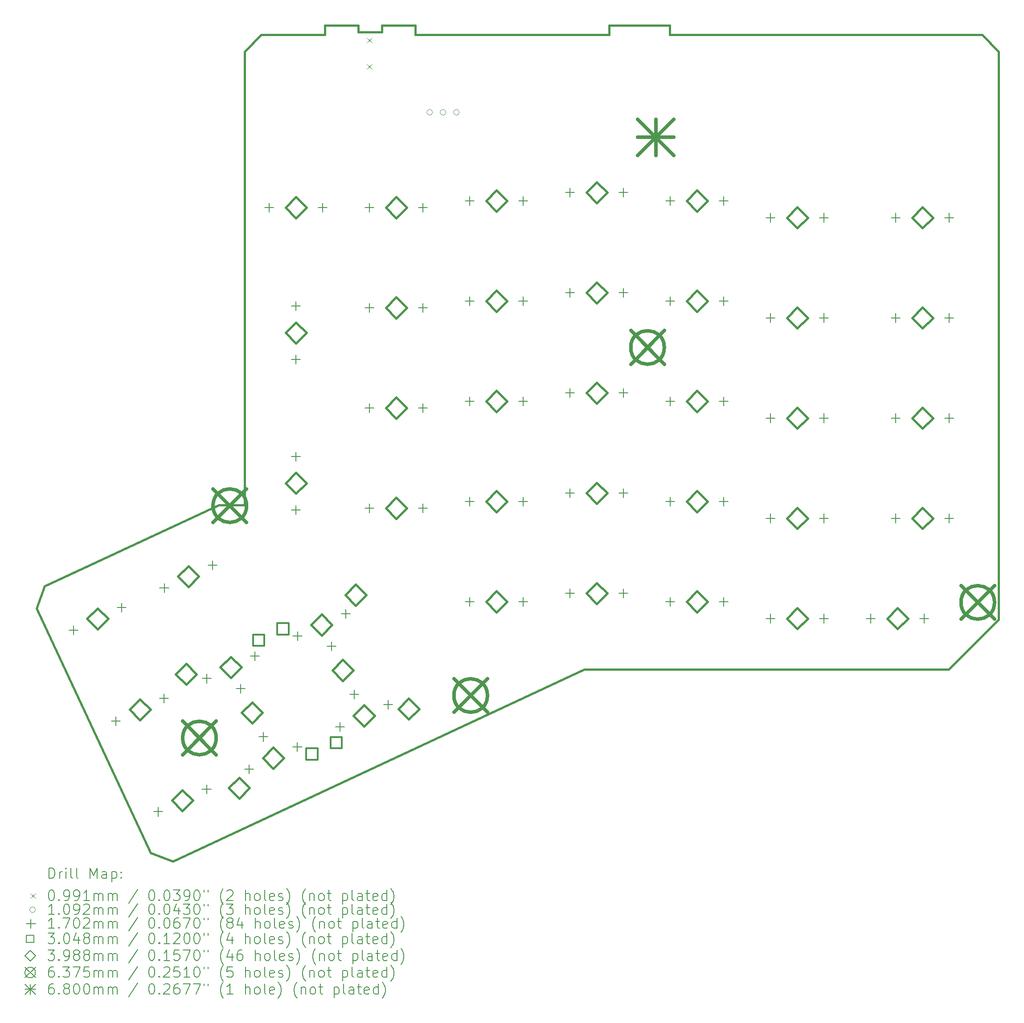
<source format=gbr>
%TF.GenerationSoftware,KiCad,Pcbnew,(6.0.7)*%
%TF.CreationDate,2023-01-12T11:12:47-06:00*%
%TF.ProjectId,ErgoDOX,4572676f-444f-4582-9e6b-696361645f70,rev?*%
%TF.SameCoordinates,Original*%
%TF.FileFunction,Drillmap*%
%TF.FilePolarity,Positive*%
%FSLAX45Y45*%
G04 Gerber Fmt 4.5, Leading zero omitted, Abs format (unit mm)*
G04 Created by KiCad (PCBNEW (6.0.7)) date 2023-01-12 11:12:47*
%MOMM*%
%LPD*%
G01*
G04 APERTURE LIST*
%ADD10C,0.381000*%
%ADD11C,0.200000*%
%ADD12C,0.099060*%
%ADD13C,0.109220*%
%ADD14C,0.170180*%
%ADD15C,0.304800*%
%ADD16C,0.398780*%
%ADD17C,0.637540*%
%ADD18C,0.680000*%
G04 APERTURE END LIST*
D10*
X9504680Y-3048000D02*
X8870950Y-3048000D01*
X14340840Y-3048000D02*
X13190220Y-3048000D01*
X6261100Y-12166600D02*
X5770880Y-12166600D01*
X7787640Y-3225800D02*
X6581140Y-3225800D01*
X19639280Y-15290800D02*
X20591780Y-14338300D01*
X2461768Y-13709650D02*
X2308098Y-14131544D01*
X4476496Y-18781776D02*
X4898390Y-18935192D01*
X13190220Y-3048000D02*
X13190220Y-3225800D01*
X8870950Y-3175000D02*
X8421370Y-3175000D01*
X20274280Y-3225800D02*
X14340840Y-3225800D01*
X2308098Y-14131544D02*
X4476496Y-18781776D01*
X6581140Y-3225800D02*
X6261100Y-3543300D01*
X8421370Y-3048000D02*
X7787640Y-3048000D01*
X6261100Y-3543300D02*
X6261100Y-12166600D01*
X9504680Y-3225800D02*
X9504680Y-3048000D01*
X14340840Y-3225800D02*
X14340840Y-3048000D01*
X8421370Y-3175000D02*
X8421370Y-3048000D01*
X7787640Y-3048000D02*
X7787640Y-3225800D01*
X20591780Y-3543300D02*
X20274280Y-3225800D01*
X8870950Y-3048000D02*
X8870950Y-3175000D01*
X12715240Y-15290800D02*
X19639280Y-15290800D01*
X20591780Y-14338300D02*
X20591780Y-3543300D01*
X4898390Y-18935192D02*
X12715240Y-15290800D01*
X5770880Y-12166600D02*
X2461768Y-13709650D01*
X13190220Y-3225800D02*
X9504680Y-3225800D01*
D11*
D12*
X8585470Y-3280030D02*
X8684530Y-3379090D01*
X8684530Y-3280030D02*
X8585470Y-3379090D01*
X8585470Y-3780410D02*
X8684530Y-3879470D01*
X8684530Y-3780410D02*
X8585470Y-3879470D01*
D13*
X9833610Y-4699000D02*
G75*
G03*
X9833610Y-4699000I-54610J0D01*
G01*
X10087610Y-4699000D02*
G75*
G03*
X10087610Y-4699000I-54610J0D01*
G01*
X10341610Y-4699000D02*
G75*
G03*
X10341610Y-4699000I-54610J0D01*
G01*
D14*
X3009490Y-14456470D02*
X3009490Y-14626650D01*
X2924400Y-14541560D02*
X3094580Y-14541560D01*
X3814416Y-16182908D02*
X3814416Y-16353088D01*
X3729326Y-16267998D02*
X3899506Y-16267998D01*
X3930298Y-14027090D02*
X3930298Y-14197270D01*
X3845208Y-14112180D02*
X4015388Y-14112180D01*
X4619596Y-17909600D02*
X4619596Y-18079780D01*
X4534506Y-17994690D02*
X4704686Y-17994690D01*
X4735224Y-15753528D02*
X4735224Y-15923708D01*
X4650134Y-15838618D02*
X4820314Y-15838618D01*
X4735928Y-13651544D02*
X4735928Y-13821724D01*
X4650838Y-13736634D02*
X4821018Y-13736634D01*
X5540404Y-17480220D02*
X5540404Y-17650400D01*
X5455314Y-17565310D02*
X5625494Y-17565310D01*
X5541108Y-15377982D02*
X5541108Y-15548162D01*
X5456018Y-15463072D02*
X5626198Y-15463072D01*
X5656736Y-13222164D02*
X5656736Y-13392344D01*
X5571646Y-13307254D02*
X5741826Y-13307254D01*
X6189158Y-15566234D02*
X6189158Y-15736414D01*
X6104068Y-15651324D02*
X6274248Y-15651324D01*
X6346034Y-17104420D02*
X6346034Y-17274600D01*
X6260944Y-17189510D02*
X6431124Y-17189510D01*
X6461916Y-14948602D02*
X6461916Y-15118782D01*
X6376826Y-15033692D02*
X6547006Y-15033692D01*
X6618538Y-16487042D02*
X6618538Y-16657222D01*
X6533448Y-16572132D02*
X6703628Y-16572132D01*
X6731000Y-6424930D02*
X6731000Y-6595110D01*
X6645910Y-6510020D02*
X6816090Y-6510020D01*
X7239000Y-8297926D02*
X7239000Y-8468106D01*
X7153910Y-8383016D02*
X7324090Y-8383016D01*
X7239000Y-9313926D02*
X7239000Y-9484106D01*
X7153910Y-9399016D02*
X7324090Y-9399016D01*
X7239000Y-11155426D02*
X7239000Y-11325606D01*
X7153910Y-11240516D02*
X7324090Y-11240516D01*
X7239000Y-12171426D02*
X7239000Y-12341606D01*
X7153910Y-12256516D02*
X7324090Y-12256516D01*
X7266842Y-16675040D02*
X7266842Y-16845220D01*
X7181752Y-16760130D02*
X7351932Y-16760130D01*
X7267546Y-14572802D02*
X7267546Y-14742982D01*
X7182456Y-14657892D02*
X7352636Y-14657892D01*
X7747000Y-6424930D02*
X7747000Y-6595110D01*
X7661910Y-6510020D02*
X7832090Y-6510020D01*
X7915596Y-14761054D02*
X7915596Y-14931234D01*
X7830506Y-14846144D02*
X8000686Y-14846144D01*
X8072726Y-16299494D02*
X8072726Y-16469674D01*
X7987636Y-16384584D02*
X8157816Y-16384584D01*
X8188354Y-14143422D02*
X8188354Y-14313602D01*
X8103264Y-14228512D02*
X8273444Y-14228512D01*
X8344976Y-15681862D02*
X8344976Y-15852042D01*
X8259886Y-15766952D02*
X8430066Y-15766952D01*
X8636000Y-6424930D02*
X8636000Y-6595110D01*
X8550910Y-6510020D02*
X8721090Y-6510020D01*
X8636000Y-8329676D02*
X8636000Y-8499856D01*
X8550910Y-8414766D02*
X8721090Y-8414766D01*
X8636000Y-10234676D02*
X8636000Y-10404856D01*
X8550910Y-10319766D02*
X8721090Y-10319766D01*
X8636000Y-12139676D02*
X8636000Y-12309856D01*
X8550910Y-12224766D02*
X8721090Y-12224766D01*
X8993534Y-15870114D02*
X8993534Y-16040294D01*
X8908444Y-15955204D02*
X9078624Y-15955204D01*
X9652000Y-6424930D02*
X9652000Y-6595110D01*
X9566910Y-6510020D02*
X9737090Y-6510020D01*
X9652000Y-8329676D02*
X9652000Y-8499856D01*
X9566910Y-8414766D02*
X9737090Y-8414766D01*
X9652000Y-10234676D02*
X9652000Y-10404856D01*
X9566910Y-10319766D02*
X9737090Y-10319766D01*
X9652000Y-12139676D02*
X9652000Y-12309856D01*
X9566910Y-12224766D02*
X9737090Y-12224766D01*
X10541000Y-6297676D02*
X10541000Y-6467856D01*
X10455910Y-6382766D02*
X10626090Y-6382766D01*
X10541000Y-8202676D02*
X10541000Y-8372856D01*
X10455910Y-8287766D02*
X10626090Y-8287766D01*
X10541000Y-10107676D02*
X10541000Y-10277856D01*
X10455910Y-10192766D02*
X10626090Y-10192766D01*
X10541000Y-12012676D02*
X10541000Y-12182856D01*
X10455910Y-12097766D02*
X10626090Y-12097766D01*
X10541000Y-13917676D02*
X10541000Y-14087856D01*
X10455910Y-14002766D02*
X10626090Y-14002766D01*
X11557000Y-6297676D02*
X11557000Y-6467856D01*
X11471910Y-6382766D02*
X11642090Y-6382766D01*
X11557000Y-8202676D02*
X11557000Y-8372856D01*
X11471910Y-8287766D02*
X11642090Y-8287766D01*
X11557000Y-10107676D02*
X11557000Y-10277856D01*
X11471910Y-10192766D02*
X11642090Y-10192766D01*
X11557000Y-12012676D02*
X11557000Y-12182856D01*
X11471910Y-12097766D02*
X11642090Y-12097766D01*
X11557000Y-13917676D02*
X11557000Y-14087856D01*
X11471910Y-14002766D02*
X11642090Y-14002766D01*
X12446000Y-6137910D02*
X12446000Y-6308090D01*
X12360910Y-6223000D02*
X12531090Y-6223000D01*
X12446000Y-8042910D02*
X12446000Y-8213090D01*
X12360910Y-8128000D02*
X12531090Y-8128000D01*
X12446000Y-9947910D02*
X12446000Y-10118090D01*
X12360910Y-10033000D02*
X12531090Y-10033000D01*
X12446000Y-11852910D02*
X12446000Y-12023090D01*
X12360910Y-11938000D02*
X12531090Y-11938000D01*
X12446000Y-13757910D02*
X12446000Y-13928090D01*
X12360910Y-13843000D02*
X12531090Y-13843000D01*
X13462000Y-6137910D02*
X13462000Y-6308090D01*
X13376910Y-6223000D02*
X13547090Y-6223000D01*
X13462000Y-8042910D02*
X13462000Y-8213090D01*
X13376910Y-8128000D02*
X13547090Y-8128000D01*
X13462000Y-9947910D02*
X13462000Y-10118090D01*
X13376910Y-10033000D02*
X13547090Y-10033000D01*
X13462000Y-11852910D02*
X13462000Y-12023090D01*
X13376910Y-11938000D02*
X13547090Y-11938000D01*
X13462000Y-13757910D02*
X13462000Y-13928090D01*
X13376910Y-13843000D02*
X13547090Y-13843000D01*
X14351000Y-6297676D02*
X14351000Y-6467856D01*
X14265910Y-6382766D02*
X14436090Y-6382766D01*
X14351000Y-8202676D02*
X14351000Y-8372856D01*
X14265910Y-8287766D02*
X14436090Y-8287766D01*
X14351000Y-10107676D02*
X14351000Y-10277856D01*
X14265910Y-10192766D02*
X14436090Y-10192766D01*
X14351000Y-12012676D02*
X14351000Y-12182856D01*
X14265910Y-12097766D02*
X14436090Y-12097766D01*
X14351000Y-13917676D02*
X14351000Y-14087856D01*
X14265910Y-14002766D02*
X14436090Y-14002766D01*
X15367000Y-6297676D02*
X15367000Y-6467856D01*
X15281910Y-6382766D02*
X15452090Y-6382766D01*
X15367000Y-8202676D02*
X15367000Y-8372856D01*
X15281910Y-8287766D02*
X15452090Y-8287766D01*
X15367000Y-10107676D02*
X15367000Y-10277856D01*
X15281910Y-10192766D02*
X15452090Y-10192766D01*
X15367000Y-12012676D02*
X15367000Y-12182856D01*
X15281910Y-12097766D02*
X15452090Y-12097766D01*
X15367000Y-13917676D02*
X15367000Y-14087856D01*
X15281910Y-14002766D02*
X15452090Y-14002766D01*
X16256000Y-6615430D02*
X16256000Y-6785610D01*
X16170910Y-6700520D02*
X16341090Y-6700520D01*
X16256000Y-8520176D02*
X16256000Y-8690356D01*
X16170910Y-8605266D02*
X16341090Y-8605266D01*
X16256000Y-10425176D02*
X16256000Y-10595356D01*
X16170910Y-10510266D02*
X16341090Y-10510266D01*
X16256000Y-12330176D02*
X16256000Y-12500356D01*
X16170910Y-12415266D02*
X16341090Y-12415266D01*
X16256000Y-14235176D02*
X16256000Y-14405356D01*
X16170910Y-14320266D02*
X16341090Y-14320266D01*
X17272000Y-6615430D02*
X17272000Y-6785610D01*
X17186910Y-6700520D02*
X17357090Y-6700520D01*
X17272000Y-8520176D02*
X17272000Y-8690356D01*
X17186910Y-8605266D02*
X17357090Y-8605266D01*
X17272000Y-10425176D02*
X17272000Y-10595356D01*
X17186910Y-10510266D02*
X17357090Y-10510266D01*
X17272000Y-12330176D02*
X17272000Y-12500356D01*
X17186910Y-12415266D02*
X17357090Y-12415266D01*
X17272000Y-14235176D02*
X17272000Y-14405356D01*
X17186910Y-14320266D02*
X17357090Y-14320266D01*
X18161000Y-14235176D02*
X18161000Y-14405356D01*
X18075910Y-14320266D02*
X18246090Y-14320266D01*
X18637250Y-6615430D02*
X18637250Y-6785610D01*
X18552160Y-6700520D02*
X18722340Y-6700520D01*
X18637250Y-8520176D02*
X18637250Y-8690356D01*
X18552160Y-8605266D02*
X18722340Y-8605266D01*
X18637250Y-10425176D02*
X18637250Y-10595356D01*
X18552160Y-10510266D02*
X18722340Y-10510266D01*
X18637250Y-12330176D02*
X18637250Y-12500356D01*
X18552160Y-12415266D02*
X18722340Y-12415266D01*
X19177000Y-14235176D02*
X19177000Y-14405356D01*
X19091910Y-14320266D02*
X19262090Y-14320266D01*
X19653250Y-6615430D02*
X19653250Y-6785610D01*
X19568160Y-6700520D02*
X19738340Y-6700520D01*
X19653250Y-8520176D02*
X19653250Y-8690356D01*
X19568160Y-8605266D02*
X19738340Y-8605266D01*
X19653250Y-10425176D02*
X19653250Y-10595356D01*
X19568160Y-10510266D02*
X19738340Y-10510266D01*
X19653250Y-12330176D02*
X19653250Y-12500356D01*
X19568160Y-12415266D02*
X19738340Y-12415266D01*
D15*
X6640146Y-14842343D02*
X6640146Y-14626815D01*
X6424618Y-14626815D01*
X6424618Y-14842343D01*
X6640146Y-14842343D01*
X7100472Y-14627561D02*
X7100472Y-14412032D01*
X6884944Y-14412032D01*
X6884944Y-14627561D01*
X7100472Y-14627561D01*
X7649190Y-17006244D02*
X7649190Y-16790715D01*
X7433662Y-16790715D01*
X7433662Y-17006244D01*
X7649190Y-17006244D01*
X8109516Y-16791461D02*
X8109516Y-16575933D01*
X7893988Y-16575933D01*
X7893988Y-16791461D01*
X8109516Y-16791461D01*
D16*
X3469894Y-14526260D02*
X3669284Y-14326870D01*
X3469894Y-14127480D01*
X3270504Y-14326870D01*
X3469894Y-14526260D01*
X4274820Y-16252698D02*
X4474210Y-16053308D01*
X4274820Y-15853918D01*
X4075430Y-16053308D01*
X4274820Y-16252698D01*
X5080000Y-17979390D02*
X5279390Y-17780000D01*
X5080000Y-17580610D01*
X4880610Y-17780000D01*
X5080000Y-17979390D01*
X5151169Y-15578039D02*
X5350559Y-15378649D01*
X5151169Y-15179259D01*
X4951779Y-15378649D01*
X5151169Y-15578039D01*
X5196332Y-13721334D02*
X5395722Y-13521944D01*
X5196332Y-13322554D01*
X4996942Y-13521944D01*
X5196332Y-13721334D01*
X6001512Y-15447772D02*
X6200902Y-15248382D01*
X6001512Y-15048992D01*
X5802122Y-15248382D01*
X6001512Y-15447772D01*
X6160213Y-17741940D02*
X6359603Y-17542550D01*
X6160213Y-17343160D01*
X5960823Y-17542550D01*
X6160213Y-17741940D01*
X6403848Y-16311118D02*
X6603238Y-16111728D01*
X6403848Y-15912338D01*
X6204458Y-16111728D01*
X6403848Y-16311118D01*
X6806438Y-17174210D02*
X7005828Y-16974820D01*
X6806438Y-16775430D01*
X6607048Y-16974820D01*
X6806438Y-17174210D01*
X7239000Y-6709410D02*
X7438390Y-6510020D01*
X7239000Y-6310630D01*
X7039610Y-6510020D01*
X7239000Y-6709410D01*
X7239000Y-9090406D02*
X7438390Y-8891016D01*
X7239000Y-8691626D01*
X7039610Y-8891016D01*
X7239000Y-9090406D01*
X7239000Y-11947906D02*
X7438390Y-11748516D01*
X7239000Y-11549126D01*
X7039610Y-11748516D01*
X7239000Y-11947906D01*
X7727950Y-14642592D02*
X7927340Y-14443202D01*
X7727950Y-14243812D01*
X7528560Y-14443202D01*
X7727950Y-14642592D01*
X8130286Y-15505938D02*
X8329676Y-15306548D01*
X8130286Y-15107158D01*
X7930896Y-15306548D01*
X8130286Y-15505938D01*
X8373921Y-14075116D02*
X8573311Y-13875726D01*
X8373921Y-13676336D01*
X8174531Y-13875726D01*
X8373921Y-14075116D01*
X8533130Y-16369284D02*
X8732520Y-16169894D01*
X8533130Y-15970504D01*
X8333740Y-16169894D01*
X8533130Y-16369284D01*
X9144000Y-6709410D02*
X9343390Y-6510020D01*
X9144000Y-6310630D01*
X8944610Y-6510020D01*
X9144000Y-6709410D01*
X9144000Y-8614156D02*
X9343390Y-8414766D01*
X9144000Y-8215376D01*
X8944610Y-8414766D01*
X9144000Y-8614156D01*
X9144000Y-10519156D02*
X9343390Y-10319766D01*
X9144000Y-10120376D01*
X8944610Y-10319766D01*
X9144000Y-10519156D01*
X9144000Y-12424156D02*
X9343390Y-12224766D01*
X9144000Y-12025376D01*
X8944610Y-12224766D01*
X9144000Y-12424156D01*
X9382965Y-16239017D02*
X9582355Y-16039627D01*
X9382965Y-15840237D01*
X9183575Y-16039627D01*
X9382965Y-16239017D01*
X11049000Y-6582156D02*
X11248390Y-6382766D01*
X11049000Y-6183376D01*
X10849610Y-6382766D01*
X11049000Y-6582156D01*
X11049000Y-8487156D02*
X11248390Y-8287766D01*
X11049000Y-8088376D01*
X10849610Y-8287766D01*
X11049000Y-8487156D01*
X11049000Y-10392156D02*
X11248390Y-10192766D01*
X11049000Y-9993376D01*
X10849610Y-10192766D01*
X11049000Y-10392156D01*
X11049000Y-12297156D02*
X11248390Y-12097766D01*
X11049000Y-11898376D01*
X10849610Y-12097766D01*
X11049000Y-12297156D01*
X11049000Y-14202156D02*
X11248390Y-14002766D01*
X11049000Y-13803376D01*
X10849610Y-14002766D01*
X11049000Y-14202156D01*
X12954000Y-6422390D02*
X13153390Y-6223000D01*
X12954000Y-6023610D01*
X12754610Y-6223000D01*
X12954000Y-6422390D01*
X12954000Y-8327390D02*
X13153390Y-8128000D01*
X12954000Y-7928610D01*
X12754610Y-8128000D01*
X12954000Y-8327390D01*
X12954000Y-10232390D02*
X13153390Y-10033000D01*
X12954000Y-9833610D01*
X12754610Y-10033000D01*
X12954000Y-10232390D01*
X12954000Y-12137390D02*
X13153390Y-11938000D01*
X12954000Y-11738610D01*
X12754610Y-11938000D01*
X12954000Y-12137390D01*
X12954000Y-14042390D02*
X13153390Y-13843000D01*
X12954000Y-13643610D01*
X12754610Y-13843000D01*
X12954000Y-14042390D01*
X14859000Y-6582156D02*
X15058390Y-6382766D01*
X14859000Y-6183376D01*
X14659610Y-6382766D01*
X14859000Y-6582156D01*
X14859000Y-8487156D02*
X15058390Y-8287766D01*
X14859000Y-8088376D01*
X14659610Y-8287766D01*
X14859000Y-8487156D01*
X14859000Y-10392156D02*
X15058390Y-10192766D01*
X14859000Y-9993376D01*
X14659610Y-10192766D01*
X14859000Y-10392156D01*
X14859000Y-12297156D02*
X15058390Y-12097766D01*
X14859000Y-11898376D01*
X14659610Y-12097766D01*
X14859000Y-12297156D01*
X14859000Y-14202156D02*
X15058390Y-14002766D01*
X14859000Y-13803376D01*
X14659610Y-14002766D01*
X14859000Y-14202156D01*
X16764000Y-6899910D02*
X16963390Y-6700520D01*
X16764000Y-6501130D01*
X16564610Y-6700520D01*
X16764000Y-6899910D01*
X16764000Y-8804656D02*
X16963390Y-8605266D01*
X16764000Y-8405876D01*
X16564610Y-8605266D01*
X16764000Y-8804656D01*
X16764000Y-10709656D02*
X16963390Y-10510266D01*
X16764000Y-10310876D01*
X16564610Y-10510266D01*
X16764000Y-10709656D01*
X16764000Y-12614656D02*
X16963390Y-12415266D01*
X16764000Y-12215876D01*
X16564610Y-12415266D01*
X16764000Y-12614656D01*
X16764000Y-14519656D02*
X16963390Y-14320266D01*
X16764000Y-14120876D01*
X16564610Y-14320266D01*
X16764000Y-14519656D01*
X18669000Y-14519656D02*
X18868390Y-14320266D01*
X18669000Y-14120876D01*
X18469610Y-14320266D01*
X18669000Y-14519656D01*
X19145250Y-6899910D02*
X19344640Y-6700520D01*
X19145250Y-6501130D01*
X18945860Y-6700520D01*
X19145250Y-6899910D01*
X19145250Y-8804656D02*
X19344640Y-8605266D01*
X19145250Y-8405876D01*
X18945860Y-8605266D01*
X19145250Y-8804656D01*
X19145250Y-10709656D02*
X19344640Y-10510266D01*
X19145250Y-10310876D01*
X18945860Y-10510266D01*
X19145250Y-10709656D01*
X19145250Y-12614656D02*
X19344640Y-12415266D01*
X19145250Y-12215876D01*
X18945860Y-12415266D01*
X19145250Y-12614656D01*
D17*
X5086350Y-16275050D02*
X5723890Y-16912590D01*
X5723890Y-16275050D02*
X5086350Y-16912590D01*
X5723890Y-16593820D02*
G75*
G03*
X5723890Y-16593820I-318770J0D01*
G01*
X5662930Y-11857990D02*
X6300470Y-12495530D01*
X6300470Y-11857990D02*
X5662930Y-12495530D01*
X6300470Y-12176760D02*
G75*
G03*
X6300470Y-12176760I-318770J0D01*
G01*
X10240010Y-15467330D02*
X10877550Y-16104870D01*
X10877550Y-15467330D02*
X10240010Y-16104870D01*
X10877550Y-15786100D02*
G75*
G03*
X10877550Y-15786100I-318770J0D01*
G01*
X13600430Y-8850630D02*
X14237970Y-9488170D01*
X14237970Y-8850630D02*
X13600430Y-9488170D01*
X14237970Y-9169400D02*
G75*
G03*
X14237970Y-9169400I-318770J0D01*
G01*
X19874230Y-13696950D02*
X20511770Y-14334490D01*
X20511770Y-13696950D02*
X19874230Y-14334490D01*
X20511770Y-14015720D02*
G75*
G03*
X20511770Y-14015720I-318770J0D01*
G01*
D18*
X13735000Y-4835000D02*
X14415000Y-5515000D01*
X14415000Y-4835000D02*
X13735000Y-5515000D01*
X14075000Y-4835000D02*
X14075000Y-5515000D01*
X13735000Y-5175000D02*
X14415000Y-5175000D01*
D11*
X2546667Y-19264718D02*
X2546667Y-19064718D01*
X2594286Y-19064718D01*
X2622858Y-19074242D01*
X2641905Y-19093290D01*
X2651429Y-19112337D01*
X2660953Y-19150432D01*
X2660953Y-19179004D01*
X2651429Y-19217099D01*
X2641905Y-19236147D01*
X2622858Y-19255194D01*
X2594286Y-19264718D01*
X2546667Y-19264718D01*
X2746667Y-19264718D02*
X2746667Y-19131385D01*
X2746667Y-19169480D02*
X2756191Y-19150432D01*
X2765715Y-19140909D01*
X2784762Y-19131385D01*
X2803810Y-19131385D01*
X2870476Y-19264718D02*
X2870476Y-19131385D01*
X2870476Y-19064718D02*
X2860953Y-19074242D01*
X2870476Y-19083766D01*
X2880000Y-19074242D01*
X2870476Y-19064718D01*
X2870476Y-19083766D01*
X2994286Y-19264718D02*
X2975238Y-19255194D01*
X2965715Y-19236147D01*
X2965715Y-19064718D01*
X3099048Y-19264718D02*
X3080000Y-19255194D01*
X3070476Y-19236147D01*
X3070476Y-19064718D01*
X3327619Y-19264718D02*
X3327619Y-19064718D01*
X3394286Y-19207575D01*
X3460953Y-19064718D01*
X3460953Y-19264718D01*
X3641905Y-19264718D02*
X3641905Y-19159956D01*
X3632381Y-19140909D01*
X3613334Y-19131385D01*
X3575238Y-19131385D01*
X3556191Y-19140909D01*
X3641905Y-19255194D02*
X3622857Y-19264718D01*
X3575238Y-19264718D01*
X3556191Y-19255194D01*
X3546667Y-19236147D01*
X3546667Y-19217099D01*
X3556191Y-19198052D01*
X3575238Y-19188528D01*
X3622857Y-19188528D01*
X3641905Y-19179004D01*
X3737143Y-19131385D02*
X3737143Y-19331385D01*
X3737143Y-19140909D02*
X3756191Y-19131385D01*
X3794286Y-19131385D01*
X3813334Y-19140909D01*
X3822857Y-19150432D01*
X3832381Y-19169480D01*
X3832381Y-19226623D01*
X3822857Y-19245671D01*
X3813334Y-19255194D01*
X3794286Y-19264718D01*
X3756191Y-19264718D01*
X3737143Y-19255194D01*
X3918096Y-19245671D02*
X3927619Y-19255194D01*
X3918096Y-19264718D01*
X3908572Y-19255194D01*
X3918096Y-19245671D01*
X3918096Y-19264718D01*
X3918096Y-19140909D02*
X3927619Y-19150432D01*
X3918096Y-19159956D01*
X3908572Y-19150432D01*
X3918096Y-19140909D01*
X3918096Y-19159956D01*
D12*
X2189988Y-19544712D02*
X2289048Y-19643772D01*
X2289048Y-19544712D02*
X2189988Y-19643772D01*
D11*
X2584762Y-19484718D02*
X2603810Y-19484718D01*
X2622858Y-19494242D01*
X2632381Y-19503766D01*
X2641905Y-19522813D01*
X2651429Y-19560909D01*
X2651429Y-19608528D01*
X2641905Y-19646623D01*
X2632381Y-19665671D01*
X2622858Y-19675194D01*
X2603810Y-19684718D01*
X2584762Y-19684718D01*
X2565715Y-19675194D01*
X2556191Y-19665671D01*
X2546667Y-19646623D01*
X2537143Y-19608528D01*
X2537143Y-19560909D01*
X2546667Y-19522813D01*
X2556191Y-19503766D01*
X2565715Y-19494242D01*
X2584762Y-19484718D01*
X2737143Y-19665671D02*
X2746667Y-19675194D01*
X2737143Y-19684718D01*
X2727619Y-19675194D01*
X2737143Y-19665671D01*
X2737143Y-19684718D01*
X2841905Y-19684718D02*
X2880000Y-19684718D01*
X2899048Y-19675194D01*
X2908572Y-19665671D01*
X2927619Y-19637099D01*
X2937143Y-19599004D01*
X2937143Y-19522813D01*
X2927619Y-19503766D01*
X2918096Y-19494242D01*
X2899048Y-19484718D01*
X2860953Y-19484718D01*
X2841905Y-19494242D01*
X2832381Y-19503766D01*
X2822857Y-19522813D01*
X2822857Y-19570432D01*
X2832381Y-19589480D01*
X2841905Y-19599004D01*
X2860953Y-19608528D01*
X2899048Y-19608528D01*
X2918096Y-19599004D01*
X2927619Y-19589480D01*
X2937143Y-19570432D01*
X3032381Y-19684718D02*
X3070476Y-19684718D01*
X3089524Y-19675194D01*
X3099048Y-19665671D01*
X3118096Y-19637099D01*
X3127619Y-19599004D01*
X3127619Y-19522813D01*
X3118096Y-19503766D01*
X3108572Y-19494242D01*
X3089524Y-19484718D01*
X3051429Y-19484718D01*
X3032381Y-19494242D01*
X3022857Y-19503766D01*
X3013334Y-19522813D01*
X3013334Y-19570432D01*
X3022857Y-19589480D01*
X3032381Y-19599004D01*
X3051429Y-19608528D01*
X3089524Y-19608528D01*
X3108572Y-19599004D01*
X3118096Y-19589480D01*
X3127619Y-19570432D01*
X3318096Y-19684718D02*
X3203810Y-19684718D01*
X3260953Y-19684718D02*
X3260953Y-19484718D01*
X3241905Y-19513290D01*
X3222857Y-19532337D01*
X3203810Y-19541861D01*
X3403810Y-19684718D02*
X3403810Y-19551385D01*
X3403810Y-19570432D02*
X3413334Y-19560909D01*
X3432381Y-19551385D01*
X3460953Y-19551385D01*
X3480000Y-19560909D01*
X3489524Y-19579956D01*
X3489524Y-19684718D01*
X3489524Y-19579956D02*
X3499048Y-19560909D01*
X3518096Y-19551385D01*
X3546667Y-19551385D01*
X3565715Y-19560909D01*
X3575238Y-19579956D01*
X3575238Y-19684718D01*
X3670476Y-19684718D02*
X3670476Y-19551385D01*
X3670476Y-19570432D02*
X3680000Y-19560909D01*
X3699048Y-19551385D01*
X3727619Y-19551385D01*
X3746667Y-19560909D01*
X3756191Y-19579956D01*
X3756191Y-19684718D01*
X3756191Y-19579956D02*
X3765715Y-19560909D01*
X3784762Y-19551385D01*
X3813334Y-19551385D01*
X3832381Y-19560909D01*
X3841905Y-19579956D01*
X3841905Y-19684718D01*
X4232381Y-19475194D02*
X4060953Y-19732337D01*
X4489524Y-19484718D02*
X4508572Y-19484718D01*
X4527619Y-19494242D01*
X4537143Y-19503766D01*
X4546667Y-19522813D01*
X4556191Y-19560909D01*
X4556191Y-19608528D01*
X4546667Y-19646623D01*
X4537143Y-19665671D01*
X4527619Y-19675194D01*
X4508572Y-19684718D01*
X4489524Y-19684718D01*
X4470477Y-19675194D01*
X4460953Y-19665671D01*
X4451429Y-19646623D01*
X4441905Y-19608528D01*
X4441905Y-19560909D01*
X4451429Y-19522813D01*
X4460953Y-19503766D01*
X4470477Y-19494242D01*
X4489524Y-19484718D01*
X4641905Y-19665671D02*
X4651429Y-19675194D01*
X4641905Y-19684718D01*
X4632381Y-19675194D01*
X4641905Y-19665671D01*
X4641905Y-19684718D01*
X4775238Y-19484718D02*
X4794286Y-19484718D01*
X4813334Y-19494242D01*
X4822858Y-19503766D01*
X4832381Y-19522813D01*
X4841905Y-19560909D01*
X4841905Y-19608528D01*
X4832381Y-19646623D01*
X4822858Y-19665671D01*
X4813334Y-19675194D01*
X4794286Y-19684718D01*
X4775238Y-19684718D01*
X4756191Y-19675194D01*
X4746667Y-19665671D01*
X4737143Y-19646623D01*
X4727619Y-19608528D01*
X4727619Y-19560909D01*
X4737143Y-19522813D01*
X4746667Y-19503766D01*
X4756191Y-19494242D01*
X4775238Y-19484718D01*
X4908572Y-19484718D02*
X5032381Y-19484718D01*
X4965715Y-19560909D01*
X4994286Y-19560909D01*
X5013334Y-19570432D01*
X5022858Y-19579956D01*
X5032381Y-19599004D01*
X5032381Y-19646623D01*
X5022858Y-19665671D01*
X5013334Y-19675194D01*
X4994286Y-19684718D01*
X4937143Y-19684718D01*
X4918096Y-19675194D01*
X4908572Y-19665671D01*
X5127619Y-19684718D02*
X5165715Y-19684718D01*
X5184762Y-19675194D01*
X5194286Y-19665671D01*
X5213334Y-19637099D01*
X5222858Y-19599004D01*
X5222858Y-19522813D01*
X5213334Y-19503766D01*
X5203810Y-19494242D01*
X5184762Y-19484718D01*
X5146667Y-19484718D01*
X5127619Y-19494242D01*
X5118096Y-19503766D01*
X5108572Y-19522813D01*
X5108572Y-19570432D01*
X5118096Y-19589480D01*
X5127619Y-19599004D01*
X5146667Y-19608528D01*
X5184762Y-19608528D01*
X5203810Y-19599004D01*
X5213334Y-19589480D01*
X5222858Y-19570432D01*
X5346667Y-19484718D02*
X5365715Y-19484718D01*
X5384762Y-19494242D01*
X5394286Y-19503766D01*
X5403810Y-19522813D01*
X5413334Y-19560909D01*
X5413334Y-19608528D01*
X5403810Y-19646623D01*
X5394286Y-19665671D01*
X5384762Y-19675194D01*
X5365715Y-19684718D01*
X5346667Y-19684718D01*
X5327619Y-19675194D01*
X5318096Y-19665671D01*
X5308572Y-19646623D01*
X5299048Y-19608528D01*
X5299048Y-19560909D01*
X5308572Y-19522813D01*
X5318096Y-19503766D01*
X5327619Y-19494242D01*
X5346667Y-19484718D01*
X5489524Y-19484718D02*
X5489524Y-19522813D01*
X5565715Y-19484718D02*
X5565715Y-19522813D01*
X5860953Y-19760909D02*
X5851429Y-19751385D01*
X5832381Y-19722813D01*
X5822857Y-19703766D01*
X5813334Y-19675194D01*
X5803810Y-19627575D01*
X5803810Y-19589480D01*
X5813334Y-19541861D01*
X5822857Y-19513290D01*
X5832381Y-19494242D01*
X5851429Y-19465671D01*
X5860953Y-19456147D01*
X5927619Y-19503766D02*
X5937143Y-19494242D01*
X5956191Y-19484718D01*
X6003810Y-19484718D01*
X6022857Y-19494242D01*
X6032381Y-19503766D01*
X6041905Y-19522813D01*
X6041905Y-19541861D01*
X6032381Y-19570432D01*
X5918096Y-19684718D01*
X6041905Y-19684718D01*
X6280000Y-19684718D02*
X6280000Y-19484718D01*
X6365715Y-19684718D02*
X6365715Y-19579956D01*
X6356191Y-19560909D01*
X6337143Y-19551385D01*
X6308572Y-19551385D01*
X6289524Y-19560909D01*
X6280000Y-19570432D01*
X6489524Y-19684718D02*
X6470476Y-19675194D01*
X6460953Y-19665671D01*
X6451429Y-19646623D01*
X6451429Y-19589480D01*
X6460953Y-19570432D01*
X6470476Y-19560909D01*
X6489524Y-19551385D01*
X6518096Y-19551385D01*
X6537143Y-19560909D01*
X6546667Y-19570432D01*
X6556191Y-19589480D01*
X6556191Y-19646623D01*
X6546667Y-19665671D01*
X6537143Y-19675194D01*
X6518096Y-19684718D01*
X6489524Y-19684718D01*
X6670476Y-19684718D02*
X6651429Y-19675194D01*
X6641905Y-19656147D01*
X6641905Y-19484718D01*
X6822857Y-19675194D02*
X6803810Y-19684718D01*
X6765715Y-19684718D01*
X6746667Y-19675194D01*
X6737143Y-19656147D01*
X6737143Y-19579956D01*
X6746667Y-19560909D01*
X6765715Y-19551385D01*
X6803810Y-19551385D01*
X6822857Y-19560909D01*
X6832381Y-19579956D01*
X6832381Y-19599004D01*
X6737143Y-19618052D01*
X6908572Y-19675194D02*
X6927619Y-19684718D01*
X6965715Y-19684718D01*
X6984762Y-19675194D01*
X6994286Y-19656147D01*
X6994286Y-19646623D01*
X6984762Y-19627575D01*
X6965715Y-19618052D01*
X6937143Y-19618052D01*
X6918096Y-19608528D01*
X6908572Y-19589480D01*
X6908572Y-19579956D01*
X6918096Y-19560909D01*
X6937143Y-19551385D01*
X6965715Y-19551385D01*
X6984762Y-19560909D01*
X7060953Y-19760909D02*
X7070476Y-19751385D01*
X7089524Y-19722813D01*
X7099048Y-19703766D01*
X7108572Y-19675194D01*
X7118096Y-19627575D01*
X7118096Y-19589480D01*
X7108572Y-19541861D01*
X7099048Y-19513290D01*
X7089524Y-19494242D01*
X7070476Y-19465671D01*
X7060953Y-19456147D01*
X7422857Y-19760909D02*
X7413334Y-19751385D01*
X7394286Y-19722813D01*
X7384762Y-19703766D01*
X7375238Y-19675194D01*
X7365715Y-19627575D01*
X7365715Y-19589480D01*
X7375238Y-19541861D01*
X7384762Y-19513290D01*
X7394286Y-19494242D01*
X7413334Y-19465671D01*
X7422857Y-19456147D01*
X7499048Y-19551385D02*
X7499048Y-19684718D01*
X7499048Y-19570432D02*
X7508572Y-19560909D01*
X7527619Y-19551385D01*
X7556191Y-19551385D01*
X7575238Y-19560909D01*
X7584762Y-19579956D01*
X7584762Y-19684718D01*
X7708572Y-19684718D02*
X7689524Y-19675194D01*
X7680000Y-19665671D01*
X7670476Y-19646623D01*
X7670476Y-19589480D01*
X7680000Y-19570432D01*
X7689524Y-19560909D01*
X7708572Y-19551385D01*
X7737143Y-19551385D01*
X7756191Y-19560909D01*
X7765715Y-19570432D01*
X7775238Y-19589480D01*
X7775238Y-19646623D01*
X7765715Y-19665671D01*
X7756191Y-19675194D01*
X7737143Y-19684718D01*
X7708572Y-19684718D01*
X7832381Y-19551385D02*
X7908572Y-19551385D01*
X7860953Y-19484718D02*
X7860953Y-19656147D01*
X7870476Y-19675194D01*
X7889524Y-19684718D01*
X7908572Y-19684718D01*
X8127619Y-19551385D02*
X8127619Y-19751385D01*
X8127619Y-19560909D02*
X8146667Y-19551385D01*
X8184762Y-19551385D01*
X8203810Y-19560909D01*
X8213334Y-19570432D01*
X8222857Y-19589480D01*
X8222857Y-19646623D01*
X8213334Y-19665671D01*
X8203810Y-19675194D01*
X8184762Y-19684718D01*
X8146667Y-19684718D01*
X8127619Y-19675194D01*
X8337143Y-19684718D02*
X8318096Y-19675194D01*
X8308572Y-19656147D01*
X8308572Y-19484718D01*
X8499048Y-19684718D02*
X8499048Y-19579956D01*
X8489524Y-19560909D01*
X8470477Y-19551385D01*
X8432381Y-19551385D01*
X8413334Y-19560909D01*
X8499048Y-19675194D02*
X8480000Y-19684718D01*
X8432381Y-19684718D01*
X8413334Y-19675194D01*
X8403810Y-19656147D01*
X8403810Y-19637099D01*
X8413334Y-19618052D01*
X8432381Y-19608528D01*
X8480000Y-19608528D01*
X8499048Y-19599004D01*
X8565715Y-19551385D02*
X8641905Y-19551385D01*
X8594286Y-19484718D02*
X8594286Y-19656147D01*
X8603810Y-19675194D01*
X8622858Y-19684718D01*
X8641905Y-19684718D01*
X8784762Y-19675194D02*
X8765715Y-19684718D01*
X8727619Y-19684718D01*
X8708572Y-19675194D01*
X8699048Y-19656147D01*
X8699048Y-19579956D01*
X8708572Y-19560909D01*
X8727619Y-19551385D01*
X8765715Y-19551385D01*
X8784762Y-19560909D01*
X8794286Y-19579956D01*
X8794286Y-19599004D01*
X8699048Y-19618052D01*
X8965715Y-19684718D02*
X8965715Y-19484718D01*
X8965715Y-19675194D02*
X8946667Y-19684718D01*
X8908572Y-19684718D01*
X8889524Y-19675194D01*
X8880000Y-19665671D01*
X8870477Y-19646623D01*
X8870477Y-19589480D01*
X8880000Y-19570432D01*
X8889524Y-19560909D01*
X8908572Y-19551385D01*
X8946667Y-19551385D01*
X8965715Y-19560909D01*
X9041905Y-19760909D02*
X9051429Y-19751385D01*
X9070477Y-19722813D01*
X9080000Y-19703766D01*
X9089524Y-19675194D01*
X9099048Y-19627575D01*
X9099048Y-19589480D01*
X9089524Y-19541861D01*
X9080000Y-19513290D01*
X9070477Y-19494242D01*
X9051429Y-19465671D01*
X9041905Y-19456147D01*
D13*
X2289048Y-19858242D02*
G75*
G03*
X2289048Y-19858242I-54610J0D01*
G01*
D11*
X2651429Y-19948718D02*
X2537143Y-19948718D01*
X2594286Y-19948718D02*
X2594286Y-19748718D01*
X2575238Y-19777290D01*
X2556191Y-19796337D01*
X2537143Y-19805861D01*
X2737143Y-19929671D02*
X2746667Y-19939194D01*
X2737143Y-19948718D01*
X2727619Y-19939194D01*
X2737143Y-19929671D01*
X2737143Y-19948718D01*
X2870476Y-19748718D02*
X2889524Y-19748718D01*
X2908572Y-19758242D01*
X2918096Y-19767766D01*
X2927619Y-19786813D01*
X2937143Y-19824909D01*
X2937143Y-19872528D01*
X2927619Y-19910623D01*
X2918096Y-19929671D01*
X2908572Y-19939194D01*
X2889524Y-19948718D01*
X2870476Y-19948718D01*
X2851429Y-19939194D01*
X2841905Y-19929671D01*
X2832381Y-19910623D01*
X2822857Y-19872528D01*
X2822857Y-19824909D01*
X2832381Y-19786813D01*
X2841905Y-19767766D01*
X2851429Y-19758242D01*
X2870476Y-19748718D01*
X3032381Y-19948718D02*
X3070476Y-19948718D01*
X3089524Y-19939194D01*
X3099048Y-19929671D01*
X3118096Y-19901099D01*
X3127619Y-19863004D01*
X3127619Y-19786813D01*
X3118096Y-19767766D01*
X3108572Y-19758242D01*
X3089524Y-19748718D01*
X3051429Y-19748718D01*
X3032381Y-19758242D01*
X3022857Y-19767766D01*
X3013334Y-19786813D01*
X3013334Y-19834432D01*
X3022857Y-19853480D01*
X3032381Y-19863004D01*
X3051429Y-19872528D01*
X3089524Y-19872528D01*
X3108572Y-19863004D01*
X3118096Y-19853480D01*
X3127619Y-19834432D01*
X3203810Y-19767766D02*
X3213334Y-19758242D01*
X3232381Y-19748718D01*
X3280000Y-19748718D01*
X3299048Y-19758242D01*
X3308572Y-19767766D01*
X3318096Y-19786813D01*
X3318096Y-19805861D01*
X3308572Y-19834432D01*
X3194286Y-19948718D01*
X3318096Y-19948718D01*
X3403810Y-19948718D02*
X3403810Y-19815385D01*
X3403810Y-19834432D02*
X3413334Y-19824909D01*
X3432381Y-19815385D01*
X3460953Y-19815385D01*
X3480000Y-19824909D01*
X3489524Y-19843956D01*
X3489524Y-19948718D01*
X3489524Y-19843956D02*
X3499048Y-19824909D01*
X3518096Y-19815385D01*
X3546667Y-19815385D01*
X3565715Y-19824909D01*
X3575238Y-19843956D01*
X3575238Y-19948718D01*
X3670476Y-19948718D02*
X3670476Y-19815385D01*
X3670476Y-19834432D02*
X3680000Y-19824909D01*
X3699048Y-19815385D01*
X3727619Y-19815385D01*
X3746667Y-19824909D01*
X3756191Y-19843956D01*
X3756191Y-19948718D01*
X3756191Y-19843956D02*
X3765715Y-19824909D01*
X3784762Y-19815385D01*
X3813334Y-19815385D01*
X3832381Y-19824909D01*
X3841905Y-19843956D01*
X3841905Y-19948718D01*
X4232381Y-19739194D02*
X4060953Y-19996337D01*
X4489524Y-19748718D02*
X4508572Y-19748718D01*
X4527619Y-19758242D01*
X4537143Y-19767766D01*
X4546667Y-19786813D01*
X4556191Y-19824909D01*
X4556191Y-19872528D01*
X4546667Y-19910623D01*
X4537143Y-19929671D01*
X4527619Y-19939194D01*
X4508572Y-19948718D01*
X4489524Y-19948718D01*
X4470477Y-19939194D01*
X4460953Y-19929671D01*
X4451429Y-19910623D01*
X4441905Y-19872528D01*
X4441905Y-19824909D01*
X4451429Y-19786813D01*
X4460953Y-19767766D01*
X4470477Y-19758242D01*
X4489524Y-19748718D01*
X4641905Y-19929671D02*
X4651429Y-19939194D01*
X4641905Y-19948718D01*
X4632381Y-19939194D01*
X4641905Y-19929671D01*
X4641905Y-19948718D01*
X4775238Y-19748718D02*
X4794286Y-19748718D01*
X4813334Y-19758242D01*
X4822858Y-19767766D01*
X4832381Y-19786813D01*
X4841905Y-19824909D01*
X4841905Y-19872528D01*
X4832381Y-19910623D01*
X4822858Y-19929671D01*
X4813334Y-19939194D01*
X4794286Y-19948718D01*
X4775238Y-19948718D01*
X4756191Y-19939194D01*
X4746667Y-19929671D01*
X4737143Y-19910623D01*
X4727619Y-19872528D01*
X4727619Y-19824909D01*
X4737143Y-19786813D01*
X4746667Y-19767766D01*
X4756191Y-19758242D01*
X4775238Y-19748718D01*
X5013334Y-19815385D02*
X5013334Y-19948718D01*
X4965715Y-19739194D02*
X4918096Y-19882052D01*
X5041905Y-19882052D01*
X5099048Y-19748718D02*
X5222858Y-19748718D01*
X5156191Y-19824909D01*
X5184762Y-19824909D01*
X5203810Y-19834432D01*
X5213334Y-19843956D01*
X5222858Y-19863004D01*
X5222858Y-19910623D01*
X5213334Y-19929671D01*
X5203810Y-19939194D01*
X5184762Y-19948718D01*
X5127619Y-19948718D01*
X5108572Y-19939194D01*
X5099048Y-19929671D01*
X5346667Y-19748718D02*
X5365715Y-19748718D01*
X5384762Y-19758242D01*
X5394286Y-19767766D01*
X5403810Y-19786813D01*
X5413334Y-19824909D01*
X5413334Y-19872528D01*
X5403810Y-19910623D01*
X5394286Y-19929671D01*
X5384762Y-19939194D01*
X5365715Y-19948718D01*
X5346667Y-19948718D01*
X5327619Y-19939194D01*
X5318096Y-19929671D01*
X5308572Y-19910623D01*
X5299048Y-19872528D01*
X5299048Y-19824909D01*
X5308572Y-19786813D01*
X5318096Y-19767766D01*
X5327619Y-19758242D01*
X5346667Y-19748718D01*
X5489524Y-19748718D02*
X5489524Y-19786813D01*
X5565715Y-19748718D02*
X5565715Y-19786813D01*
X5860953Y-20024909D02*
X5851429Y-20015385D01*
X5832381Y-19986813D01*
X5822857Y-19967766D01*
X5813334Y-19939194D01*
X5803810Y-19891575D01*
X5803810Y-19853480D01*
X5813334Y-19805861D01*
X5822857Y-19777290D01*
X5832381Y-19758242D01*
X5851429Y-19729671D01*
X5860953Y-19720147D01*
X5918096Y-19748718D02*
X6041905Y-19748718D01*
X5975238Y-19824909D01*
X6003810Y-19824909D01*
X6022857Y-19834432D01*
X6032381Y-19843956D01*
X6041905Y-19863004D01*
X6041905Y-19910623D01*
X6032381Y-19929671D01*
X6022857Y-19939194D01*
X6003810Y-19948718D01*
X5946667Y-19948718D01*
X5927619Y-19939194D01*
X5918096Y-19929671D01*
X6280000Y-19948718D02*
X6280000Y-19748718D01*
X6365715Y-19948718D02*
X6365715Y-19843956D01*
X6356191Y-19824909D01*
X6337143Y-19815385D01*
X6308572Y-19815385D01*
X6289524Y-19824909D01*
X6280000Y-19834432D01*
X6489524Y-19948718D02*
X6470476Y-19939194D01*
X6460953Y-19929671D01*
X6451429Y-19910623D01*
X6451429Y-19853480D01*
X6460953Y-19834432D01*
X6470476Y-19824909D01*
X6489524Y-19815385D01*
X6518096Y-19815385D01*
X6537143Y-19824909D01*
X6546667Y-19834432D01*
X6556191Y-19853480D01*
X6556191Y-19910623D01*
X6546667Y-19929671D01*
X6537143Y-19939194D01*
X6518096Y-19948718D01*
X6489524Y-19948718D01*
X6670476Y-19948718D02*
X6651429Y-19939194D01*
X6641905Y-19920147D01*
X6641905Y-19748718D01*
X6822857Y-19939194D02*
X6803810Y-19948718D01*
X6765715Y-19948718D01*
X6746667Y-19939194D01*
X6737143Y-19920147D01*
X6737143Y-19843956D01*
X6746667Y-19824909D01*
X6765715Y-19815385D01*
X6803810Y-19815385D01*
X6822857Y-19824909D01*
X6832381Y-19843956D01*
X6832381Y-19863004D01*
X6737143Y-19882052D01*
X6908572Y-19939194D02*
X6927619Y-19948718D01*
X6965715Y-19948718D01*
X6984762Y-19939194D01*
X6994286Y-19920147D01*
X6994286Y-19910623D01*
X6984762Y-19891575D01*
X6965715Y-19882052D01*
X6937143Y-19882052D01*
X6918096Y-19872528D01*
X6908572Y-19853480D01*
X6908572Y-19843956D01*
X6918096Y-19824909D01*
X6937143Y-19815385D01*
X6965715Y-19815385D01*
X6984762Y-19824909D01*
X7060953Y-20024909D02*
X7070476Y-20015385D01*
X7089524Y-19986813D01*
X7099048Y-19967766D01*
X7108572Y-19939194D01*
X7118096Y-19891575D01*
X7118096Y-19853480D01*
X7108572Y-19805861D01*
X7099048Y-19777290D01*
X7089524Y-19758242D01*
X7070476Y-19729671D01*
X7060953Y-19720147D01*
X7422857Y-20024909D02*
X7413334Y-20015385D01*
X7394286Y-19986813D01*
X7384762Y-19967766D01*
X7375238Y-19939194D01*
X7365715Y-19891575D01*
X7365715Y-19853480D01*
X7375238Y-19805861D01*
X7384762Y-19777290D01*
X7394286Y-19758242D01*
X7413334Y-19729671D01*
X7422857Y-19720147D01*
X7499048Y-19815385D02*
X7499048Y-19948718D01*
X7499048Y-19834432D02*
X7508572Y-19824909D01*
X7527619Y-19815385D01*
X7556191Y-19815385D01*
X7575238Y-19824909D01*
X7584762Y-19843956D01*
X7584762Y-19948718D01*
X7708572Y-19948718D02*
X7689524Y-19939194D01*
X7680000Y-19929671D01*
X7670476Y-19910623D01*
X7670476Y-19853480D01*
X7680000Y-19834432D01*
X7689524Y-19824909D01*
X7708572Y-19815385D01*
X7737143Y-19815385D01*
X7756191Y-19824909D01*
X7765715Y-19834432D01*
X7775238Y-19853480D01*
X7775238Y-19910623D01*
X7765715Y-19929671D01*
X7756191Y-19939194D01*
X7737143Y-19948718D01*
X7708572Y-19948718D01*
X7832381Y-19815385D02*
X7908572Y-19815385D01*
X7860953Y-19748718D02*
X7860953Y-19920147D01*
X7870476Y-19939194D01*
X7889524Y-19948718D01*
X7908572Y-19948718D01*
X8127619Y-19815385D02*
X8127619Y-20015385D01*
X8127619Y-19824909D02*
X8146667Y-19815385D01*
X8184762Y-19815385D01*
X8203810Y-19824909D01*
X8213334Y-19834432D01*
X8222857Y-19853480D01*
X8222857Y-19910623D01*
X8213334Y-19929671D01*
X8203810Y-19939194D01*
X8184762Y-19948718D01*
X8146667Y-19948718D01*
X8127619Y-19939194D01*
X8337143Y-19948718D02*
X8318096Y-19939194D01*
X8308572Y-19920147D01*
X8308572Y-19748718D01*
X8499048Y-19948718D02*
X8499048Y-19843956D01*
X8489524Y-19824909D01*
X8470477Y-19815385D01*
X8432381Y-19815385D01*
X8413334Y-19824909D01*
X8499048Y-19939194D02*
X8480000Y-19948718D01*
X8432381Y-19948718D01*
X8413334Y-19939194D01*
X8403810Y-19920147D01*
X8403810Y-19901099D01*
X8413334Y-19882052D01*
X8432381Y-19872528D01*
X8480000Y-19872528D01*
X8499048Y-19863004D01*
X8565715Y-19815385D02*
X8641905Y-19815385D01*
X8594286Y-19748718D02*
X8594286Y-19920147D01*
X8603810Y-19939194D01*
X8622858Y-19948718D01*
X8641905Y-19948718D01*
X8784762Y-19939194D02*
X8765715Y-19948718D01*
X8727619Y-19948718D01*
X8708572Y-19939194D01*
X8699048Y-19920147D01*
X8699048Y-19843956D01*
X8708572Y-19824909D01*
X8727619Y-19815385D01*
X8765715Y-19815385D01*
X8784762Y-19824909D01*
X8794286Y-19843956D01*
X8794286Y-19863004D01*
X8699048Y-19882052D01*
X8965715Y-19948718D02*
X8965715Y-19748718D01*
X8965715Y-19939194D02*
X8946667Y-19948718D01*
X8908572Y-19948718D01*
X8889524Y-19939194D01*
X8880000Y-19929671D01*
X8870477Y-19910623D01*
X8870477Y-19853480D01*
X8880000Y-19834432D01*
X8889524Y-19824909D01*
X8908572Y-19815385D01*
X8946667Y-19815385D01*
X8965715Y-19824909D01*
X9041905Y-20024909D02*
X9051429Y-20015385D01*
X9070477Y-19986813D01*
X9080000Y-19967766D01*
X9089524Y-19939194D01*
X9099048Y-19891575D01*
X9099048Y-19853480D01*
X9089524Y-19805861D01*
X9080000Y-19777290D01*
X9070477Y-19758242D01*
X9051429Y-19729671D01*
X9041905Y-19720147D01*
D14*
X2203958Y-20037152D02*
X2203958Y-20207332D01*
X2118868Y-20122242D02*
X2289048Y-20122242D01*
D11*
X2651429Y-20212718D02*
X2537143Y-20212718D01*
X2594286Y-20212718D02*
X2594286Y-20012718D01*
X2575238Y-20041290D01*
X2556191Y-20060337D01*
X2537143Y-20069861D01*
X2737143Y-20193671D02*
X2746667Y-20203194D01*
X2737143Y-20212718D01*
X2727619Y-20203194D01*
X2737143Y-20193671D01*
X2737143Y-20212718D01*
X2813334Y-20012718D02*
X2946667Y-20012718D01*
X2860953Y-20212718D01*
X3060953Y-20012718D02*
X3080000Y-20012718D01*
X3099048Y-20022242D01*
X3108572Y-20031766D01*
X3118096Y-20050813D01*
X3127619Y-20088909D01*
X3127619Y-20136528D01*
X3118096Y-20174623D01*
X3108572Y-20193671D01*
X3099048Y-20203194D01*
X3080000Y-20212718D01*
X3060953Y-20212718D01*
X3041905Y-20203194D01*
X3032381Y-20193671D01*
X3022857Y-20174623D01*
X3013334Y-20136528D01*
X3013334Y-20088909D01*
X3022857Y-20050813D01*
X3032381Y-20031766D01*
X3041905Y-20022242D01*
X3060953Y-20012718D01*
X3203810Y-20031766D02*
X3213334Y-20022242D01*
X3232381Y-20012718D01*
X3280000Y-20012718D01*
X3299048Y-20022242D01*
X3308572Y-20031766D01*
X3318096Y-20050813D01*
X3318096Y-20069861D01*
X3308572Y-20098432D01*
X3194286Y-20212718D01*
X3318096Y-20212718D01*
X3403810Y-20212718D02*
X3403810Y-20079385D01*
X3403810Y-20098432D02*
X3413334Y-20088909D01*
X3432381Y-20079385D01*
X3460953Y-20079385D01*
X3480000Y-20088909D01*
X3489524Y-20107956D01*
X3489524Y-20212718D01*
X3489524Y-20107956D02*
X3499048Y-20088909D01*
X3518096Y-20079385D01*
X3546667Y-20079385D01*
X3565715Y-20088909D01*
X3575238Y-20107956D01*
X3575238Y-20212718D01*
X3670476Y-20212718D02*
X3670476Y-20079385D01*
X3670476Y-20098432D02*
X3680000Y-20088909D01*
X3699048Y-20079385D01*
X3727619Y-20079385D01*
X3746667Y-20088909D01*
X3756191Y-20107956D01*
X3756191Y-20212718D01*
X3756191Y-20107956D02*
X3765715Y-20088909D01*
X3784762Y-20079385D01*
X3813334Y-20079385D01*
X3832381Y-20088909D01*
X3841905Y-20107956D01*
X3841905Y-20212718D01*
X4232381Y-20003194D02*
X4060953Y-20260337D01*
X4489524Y-20012718D02*
X4508572Y-20012718D01*
X4527619Y-20022242D01*
X4537143Y-20031766D01*
X4546667Y-20050813D01*
X4556191Y-20088909D01*
X4556191Y-20136528D01*
X4546667Y-20174623D01*
X4537143Y-20193671D01*
X4527619Y-20203194D01*
X4508572Y-20212718D01*
X4489524Y-20212718D01*
X4470477Y-20203194D01*
X4460953Y-20193671D01*
X4451429Y-20174623D01*
X4441905Y-20136528D01*
X4441905Y-20088909D01*
X4451429Y-20050813D01*
X4460953Y-20031766D01*
X4470477Y-20022242D01*
X4489524Y-20012718D01*
X4641905Y-20193671D02*
X4651429Y-20203194D01*
X4641905Y-20212718D01*
X4632381Y-20203194D01*
X4641905Y-20193671D01*
X4641905Y-20212718D01*
X4775238Y-20012718D02*
X4794286Y-20012718D01*
X4813334Y-20022242D01*
X4822858Y-20031766D01*
X4832381Y-20050813D01*
X4841905Y-20088909D01*
X4841905Y-20136528D01*
X4832381Y-20174623D01*
X4822858Y-20193671D01*
X4813334Y-20203194D01*
X4794286Y-20212718D01*
X4775238Y-20212718D01*
X4756191Y-20203194D01*
X4746667Y-20193671D01*
X4737143Y-20174623D01*
X4727619Y-20136528D01*
X4727619Y-20088909D01*
X4737143Y-20050813D01*
X4746667Y-20031766D01*
X4756191Y-20022242D01*
X4775238Y-20012718D01*
X5013334Y-20012718D02*
X4975238Y-20012718D01*
X4956191Y-20022242D01*
X4946667Y-20031766D01*
X4927619Y-20060337D01*
X4918096Y-20098432D01*
X4918096Y-20174623D01*
X4927619Y-20193671D01*
X4937143Y-20203194D01*
X4956191Y-20212718D01*
X4994286Y-20212718D01*
X5013334Y-20203194D01*
X5022858Y-20193671D01*
X5032381Y-20174623D01*
X5032381Y-20127004D01*
X5022858Y-20107956D01*
X5013334Y-20098432D01*
X4994286Y-20088909D01*
X4956191Y-20088909D01*
X4937143Y-20098432D01*
X4927619Y-20107956D01*
X4918096Y-20127004D01*
X5099048Y-20012718D02*
X5232381Y-20012718D01*
X5146667Y-20212718D01*
X5346667Y-20012718D02*
X5365715Y-20012718D01*
X5384762Y-20022242D01*
X5394286Y-20031766D01*
X5403810Y-20050813D01*
X5413334Y-20088909D01*
X5413334Y-20136528D01*
X5403810Y-20174623D01*
X5394286Y-20193671D01*
X5384762Y-20203194D01*
X5365715Y-20212718D01*
X5346667Y-20212718D01*
X5327619Y-20203194D01*
X5318096Y-20193671D01*
X5308572Y-20174623D01*
X5299048Y-20136528D01*
X5299048Y-20088909D01*
X5308572Y-20050813D01*
X5318096Y-20031766D01*
X5327619Y-20022242D01*
X5346667Y-20012718D01*
X5489524Y-20012718D02*
X5489524Y-20050813D01*
X5565715Y-20012718D02*
X5565715Y-20050813D01*
X5860953Y-20288909D02*
X5851429Y-20279385D01*
X5832381Y-20250813D01*
X5822857Y-20231766D01*
X5813334Y-20203194D01*
X5803810Y-20155575D01*
X5803810Y-20117480D01*
X5813334Y-20069861D01*
X5822857Y-20041290D01*
X5832381Y-20022242D01*
X5851429Y-19993671D01*
X5860953Y-19984147D01*
X5965715Y-20098432D02*
X5946667Y-20088909D01*
X5937143Y-20079385D01*
X5927619Y-20060337D01*
X5927619Y-20050813D01*
X5937143Y-20031766D01*
X5946667Y-20022242D01*
X5965715Y-20012718D01*
X6003810Y-20012718D01*
X6022857Y-20022242D01*
X6032381Y-20031766D01*
X6041905Y-20050813D01*
X6041905Y-20060337D01*
X6032381Y-20079385D01*
X6022857Y-20088909D01*
X6003810Y-20098432D01*
X5965715Y-20098432D01*
X5946667Y-20107956D01*
X5937143Y-20117480D01*
X5927619Y-20136528D01*
X5927619Y-20174623D01*
X5937143Y-20193671D01*
X5946667Y-20203194D01*
X5965715Y-20212718D01*
X6003810Y-20212718D01*
X6022857Y-20203194D01*
X6032381Y-20193671D01*
X6041905Y-20174623D01*
X6041905Y-20136528D01*
X6032381Y-20117480D01*
X6022857Y-20107956D01*
X6003810Y-20098432D01*
X6213334Y-20079385D02*
X6213334Y-20212718D01*
X6165715Y-20003194D02*
X6118096Y-20146052D01*
X6241905Y-20146052D01*
X6470476Y-20212718D02*
X6470476Y-20012718D01*
X6556191Y-20212718D02*
X6556191Y-20107956D01*
X6546667Y-20088909D01*
X6527619Y-20079385D01*
X6499048Y-20079385D01*
X6480000Y-20088909D01*
X6470476Y-20098432D01*
X6680000Y-20212718D02*
X6660953Y-20203194D01*
X6651429Y-20193671D01*
X6641905Y-20174623D01*
X6641905Y-20117480D01*
X6651429Y-20098432D01*
X6660953Y-20088909D01*
X6680000Y-20079385D01*
X6708572Y-20079385D01*
X6727619Y-20088909D01*
X6737143Y-20098432D01*
X6746667Y-20117480D01*
X6746667Y-20174623D01*
X6737143Y-20193671D01*
X6727619Y-20203194D01*
X6708572Y-20212718D01*
X6680000Y-20212718D01*
X6860953Y-20212718D02*
X6841905Y-20203194D01*
X6832381Y-20184147D01*
X6832381Y-20012718D01*
X7013334Y-20203194D02*
X6994286Y-20212718D01*
X6956191Y-20212718D01*
X6937143Y-20203194D01*
X6927619Y-20184147D01*
X6927619Y-20107956D01*
X6937143Y-20088909D01*
X6956191Y-20079385D01*
X6994286Y-20079385D01*
X7013334Y-20088909D01*
X7022857Y-20107956D01*
X7022857Y-20127004D01*
X6927619Y-20146052D01*
X7099048Y-20203194D02*
X7118096Y-20212718D01*
X7156191Y-20212718D01*
X7175238Y-20203194D01*
X7184762Y-20184147D01*
X7184762Y-20174623D01*
X7175238Y-20155575D01*
X7156191Y-20146052D01*
X7127619Y-20146052D01*
X7108572Y-20136528D01*
X7099048Y-20117480D01*
X7099048Y-20107956D01*
X7108572Y-20088909D01*
X7127619Y-20079385D01*
X7156191Y-20079385D01*
X7175238Y-20088909D01*
X7251429Y-20288909D02*
X7260953Y-20279385D01*
X7280000Y-20250813D01*
X7289524Y-20231766D01*
X7299048Y-20203194D01*
X7308572Y-20155575D01*
X7308572Y-20117480D01*
X7299048Y-20069861D01*
X7289524Y-20041290D01*
X7280000Y-20022242D01*
X7260953Y-19993671D01*
X7251429Y-19984147D01*
X7613334Y-20288909D02*
X7603810Y-20279385D01*
X7584762Y-20250813D01*
X7575238Y-20231766D01*
X7565715Y-20203194D01*
X7556191Y-20155575D01*
X7556191Y-20117480D01*
X7565715Y-20069861D01*
X7575238Y-20041290D01*
X7584762Y-20022242D01*
X7603810Y-19993671D01*
X7613334Y-19984147D01*
X7689524Y-20079385D02*
X7689524Y-20212718D01*
X7689524Y-20098432D02*
X7699048Y-20088909D01*
X7718096Y-20079385D01*
X7746667Y-20079385D01*
X7765715Y-20088909D01*
X7775238Y-20107956D01*
X7775238Y-20212718D01*
X7899048Y-20212718D02*
X7880000Y-20203194D01*
X7870476Y-20193671D01*
X7860953Y-20174623D01*
X7860953Y-20117480D01*
X7870476Y-20098432D01*
X7880000Y-20088909D01*
X7899048Y-20079385D01*
X7927619Y-20079385D01*
X7946667Y-20088909D01*
X7956191Y-20098432D01*
X7965715Y-20117480D01*
X7965715Y-20174623D01*
X7956191Y-20193671D01*
X7946667Y-20203194D01*
X7927619Y-20212718D01*
X7899048Y-20212718D01*
X8022857Y-20079385D02*
X8099048Y-20079385D01*
X8051429Y-20012718D02*
X8051429Y-20184147D01*
X8060953Y-20203194D01*
X8080000Y-20212718D01*
X8099048Y-20212718D01*
X8318096Y-20079385D02*
X8318096Y-20279385D01*
X8318096Y-20088909D02*
X8337143Y-20079385D01*
X8375238Y-20079385D01*
X8394286Y-20088909D01*
X8403810Y-20098432D01*
X8413334Y-20117480D01*
X8413334Y-20174623D01*
X8403810Y-20193671D01*
X8394286Y-20203194D01*
X8375238Y-20212718D01*
X8337143Y-20212718D01*
X8318096Y-20203194D01*
X8527619Y-20212718D02*
X8508572Y-20203194D01*
X8499048Y-20184147D01*
X8499048Y-20012718D01*
X8689524Y-20212718D02*
X8689524Y-20107956D01*
X8680000Y-20088909D01*
X8660953Y-20079385D01*
X8622858Y-20079385D01*
X8603810Y-20088909D01*
X8689524Y-20203194D02*
X8670477Y-20212718D01*
X8622858Y-20212718D01*
X8603810Y-20203194D01*
X8594286Y-20184147D01*
X8594286Y-20165099D01*
X8603810Y-20146052D01*
X8622858Y-20136528D01*
X8670477Y-20136528D01*
X8689524Y-20127004D01*
X8756191Y-20079385D02*
X8832381Y-20079385D01*
X8784762Y-20012718D02*
X8784762Y-20184147D01*
X8794286Y-20203194D01*
X8813334Y-20212718D01*
X8832381Y-20212718D01*
X8975238Y-20203194D02*
X8956191Y-20212718D01*
X8918096Y-20212718D01*
X8899048Y-20203194D01*
X8889524Y-20184147D01*
X8889524Y-20107956D01*
X8899048Y-20088909D01*
X8918096Y-20079385D01*
X8956191Y-20079385D01*
X8975238Y-20088909D01*
X8984762Y-20107956D01*
X8984762Y-20127004D01*
X8889524Y-20146052D01*
X9156191Y-20212718D02*
X9156191Y-20012718D01*
X9156191Y-20203194D02*
X9137143Y-20212718D01*
X9099048Y-20212718D01*
X9080000Y-20203194D01*
X9070477Y-20193671D01*
X9060953Y-20174623D01*
X9060953Y-20117480D01*
X9070477Y-20098432D01*
X9080000Y-20088909D01*
X9099048Y-20079385D01*
X9137143Y-20079385D01*
X9156191Y-20088909D01*
X9232381Y-20288909D02*
X9241905Y-20279385D01*
X9260953Y-20250813D01*
X9270477Y-20231766D01*
X9280000Y-20203194D01*
X9289524Y-20155575D01*
X9289524Y-20117480D01*
X9280000Y-20069861D01*
X9270477Y-20041290D01*
X9260953Y-20022242D01*
X9241905Y-19993671D01*
X9232381Y-19984147D01*
X2259759Y-20483133D02*
X2259759Y-20341711D01*
X2118337Y-20341711D01*
X2118337Y-20483133D01*
X2259759Y-20483133D01*
X2527619Y-20302898D02*
X2651429Y-20302898D01*
X2584762Y-20379089D01*
X2613334Y-20379089D01*
X2632381Y-20388612D01*
X2641905Y-20398136D01*
X2651429Y-20417184D01*
X2651429Y-20464803D01*
X2641905Y-20483851D01*
X2632381Y-20493374D01*
X2613334Y-20502898D01*
X2556191Y-20502898D01*
X2537143Y-20493374D01*
X2527619Y-20483851D01*
X2737143Y-20483851D02*
X2746667Y-20493374D01*
X2737143Y-20502898D01*
X2727619Y-20493374D01*
X2737143Y-20483851D01*
X2737143Y-20502898D01*
X2870476Y-20302898D02*
X2889524Y-20302898D01*
X2908572Y-20312422D01*
X2918096Y-20321946D01*
X2927619Y-20340993D01*
X2937143Y-20379089D01*
X2937143Y-20426708D01*
X2927619Y-20464803D01*
X2918096Y-20483851D01*
X2908572Y-20493374D01*
X2889524Y-20502898D01*
X2870476Y-20502898D01*
X2851429Y-20493374D01*
X2841905Y-20483851D01*
X2832381Y-20464803D01*
X2822857Y-20426708D01*
X2822857Y-20379089D01*
X2832381Y-20340993D01*
X2841905Y-20321946D01*
X2851429Y-20312422D01*
X2870476Y-20302898D01*
X3108572Y-20369565D02*
X3108572Y-20502898D01*
X3060953Y-20293374D02*
X3013334Y-20436232D01*
X3137143Y-20436232D01*
X3241905Y-20388612D02*
X3222857Y-20379089D01*
X3213334Y-20369565D01*
X3203810Y-20350517D01*
X3203810Y-20340993D01*
X3213334Y-20321946D01*
X3222857Y-20312422D01*
X3241905Y-20302898D01*
X3280000Y-20302898D01*
X3299048Y-20312422D01*
X3308572Y-20321946D01*
X3318096Y-20340993D01*
X3318096Y-20350517D01*
X3308572Y-20369565D01*
X3299048Y-20379089D01*
X3280000Y-20388612D01*
X3241905Y-20388612D01*
X3222857Y-20398136D01*
X3213334Y-20407660D01*
X3203810Y-20426708D01*
X3203810Y-20464803D01*
X3213334Y-20483851D01*
X3222857Y-20493374D01*
X3241905Y-20502898D01*
X3280000Y-20502898D01*
X3299048Y-20493374D01*
X3308572Y-20483851D01*
X3318096Y-20464803D01*
X3318096Y-20426708D01*
X3308572Y-20407660D01*
X3299048Y-20398136D01*
X3280000Y-20388612D01*
X3403810Y-20502898D02*
X3403810Y-20369565D01*
X3403810Y-20388612D02*
X3413334Y-20379089D01*
X3432381Y-20369565D01*
X3460953Y-20369565D01*
X3480000Y-20379089D01*
X3489524Y-20398136D01*
X3489524Y-20502898D01*
X3489524Y-20398136D02*
X3499048Y-20379089D01*
X3518096Y-20369565D01*
X3546667Y-20369565D01*
X3565715Y-20379089D01*
X3575238Y-20398136D01*
X3575238Y-20502898D01*
X3670476Y-20502898D02*
X3670476Y-20369565D01*
X3670476Y-20388612D02*
X3680000Y-20379089D01*
X3699048Y-20369565D01*
X3727619Y-20369565D01*
X3746667Y-20379089D01*
X3756191Y-20398136D01*
X3756191Y-20502898D01*
X3756191Y-20398136D02*
X3765715Y-20379089D01*
X3784762Y-20369565D01*
X3813334Y-20369565D01*
X3832381Y-20379089D01*
X3841905Y-20398136D01*
X3841905Y-20502898D01*
X4232381Y-20293374D02*
X4060953Y-20550517D01*
X4489524Y-20302898D02*
X4508572Y-20302898D01*
X4527619Y-20312422D01*
X4537143Y-20321946D01*
X4546667Y-20340993D01*
X4556191Y-20379089D01*
X4556191Y-20426708D01*
X4546667Y-20464803D01*
X4537143Y-20483851D01*
X4527619Y-20493374D01*
X4508572Y-20502898D01*
X4489524Y-20502898D01*
X4470477Y-20493374D01*
X4460953Y-20483851D01*
X4451429Y-20464803D01*
X4441905Y-20426708D01*
X4441905Y-20379089D01*
X4451429Y-20340993D01*
X4460953Y-20321946D01*
X4470477Y-20312422D01*
X4489524Y-20302898D01*
X4641905Y-20483851D02*
X4651429Y-20493374D01*
X4641905Y-20502898D01*
X4632381Y-20493374D01*
X4641905Y-20483851D01*
X4641905Y-20502898D01*
X4841905Y-20502898D02*
X4727619Y-20502898D01*
X4784762Y-20502898D02*
X4784762Y-20302898D01*
X4765715Y-20331470D01*
X4746667Y-20350517D01*
X4727619Y-20360041D01*
X4918096Y-20321946D02*
X4927619Y-20312422D01*
X4946667Y-20302898D01*
X4994286Y-20302898D01*
X5013334Y-20312422D01*
X5022858Y-20321946D01*
X5032381Y-20340993D01*
X5032381Y-20360041D01*
X5022858Y-20388612D01*
X4908572Y-20502898D01*
X5032381Y-20502898D01*
X5156191Y-20302898D02*
X5175238Y-20302898D01*
X5194286Y-20312422D01*
X5203810Y-20321946D01*
X5213334Y-20340993D01*
X5222858Y-20379089D01*
X5222858Y-20426708D01*
X5213334Y-20464803D01*
X5203810Y-20483851D01*
X5194286Y-20493374D01*
X5175238Y-20502898D01*
X5156191Y-20502898D01*
X5137143Y-20493374D01*
X5127619Y-20483851D01*
X5118096Y-20464803D01*
X5108572Y-20426708D01*
X5108572Y-20379089D01*
X5118096Y-20340993D01*
X5127619Y-20321946D01*
X5137143Y-20312422D01*
X5156191Y-20302898D01*
X5346667Y-20302898D02*
X5365715Y-20302898D01*
X5384762Y-20312422D01*
X5394286Y-20321946D01*
X5403810Y-20340993D01*
X5413334Y-20379089D01*
X5413334Y-20426708D01*
X5403810Y-20464803D01*
X5394286Y-20483851D01*
X5384762Y-20493374D01*
X5365715Y-20502898D01*
X5346667Y-20502898D01*
X5327619Y-20493374D01*
X5318096Y-20483851D01*
X5308572Y-20464803D01*
X5299048Y-20426708D01*
X5299048Y-20379089D01*
X5308572Y-20340993D01*
X5318096Y-20321946D01*
X5327619Y-20312422D01*
X5346667Y-20302898D01*
X5489524Y-20302898D02*
X5489524Y-20340993D01*
X5565715Y-20302898D02*
X5565715Y-20340993D01*
X5860953Y-20579089D02*
X5851429Y-20569565D01*
X5832381Y-20540993D01*
X5822857Y-20521946D01*
X5813334Y-20493374D01*
X5803810Y-20445755D01*
X5803810Y-20407660D01*
X5813334Y-20360041D01*
X5822857Y-20331470D01*
X5832381Y-20312422D01*
X5851429Y-20283851D01*
X5860953Y-20274327D01*
X6022857Y-20369565D02*
X6022857Y-20502898D01*
X5975238Y-20293374D02*
X5927619Y-20436232D01*
X6051429Y-20436232D01*
X6280000Y-20502898D02*
X6280000Y-20302898D01*
X6365715Y-20502898D02*
X6365715Y-20398136D01*
X6356191Y-20379089D01*
X6337143Y-20369565D01*
X6308572Y-20369565D01*
X6289524Y-20379089D01*
X6280000Y-20388612D01*
X6489524Y-20502898D02*
X6470476Y-20493374D01*
X6460953Y-20483851D01*
X6451429Y-20464803D01*
X6451429Y-20407660D01*
X6460953Y-20388612D01*
X6470476Y-20379089D01*
X6489524Y-20369565D01*
X6518096Y-20369565D01*
X6537143Y-20379089D01*
X6546667Y-20388612D01*
X6556191Y-20407660D01*
X6556191Y-20464803D01*
X6546667Y-20483851D01*
X6537143Y-20493374D01*
X6518096Y-20502898D01*
X6489524Y-20502898D01*
X6670476Y-20502898D02*
X6651429Y-20493374D01*
X6641905Y-20474327D01*
X6641905Y-20302898D01*
X6822857Y-20493374D02*
X6803810Y-20502898D01*
X6765715Y-20502898D01*
X6746667Y-20493374D01*
X6737143Y-20474327D01*
X6737143Y-20398136D01*
X6746667Y-20379089D01*
X6765715Y-20369565D01*
X6803810Y-20369565D01*
X6822857Y-20379089D01*
X6832381Y-20398136D01*
X6832381Y-20417184D01*
X6737143Y-20436232D01*
X6908572Y-20493374D02*
X6927619Y-20502898D01*
X6965715Y-20502898D01*
X6984762Y-20493374D01*
X6994286Y-20474327D01*
X6994286Y-20464803D01*
X6984762Y-20445755D01*
X6965715Y-20436232D01*
X6937143Y-20436232D01*
X6918096Y-20426708D01*
X6908572Y-20407660D01*
X6908572Y-20398136D01*
X6918096Y-20379089D01*
X6937143Y-20369565D01*
X6965715Y-20369565D01*
X6984762Y-20379089D01*
X7060953Y-20579089D02*
X7070476Y-20569565D01*
X7089524Y-20540993D01*
X7099048Y-20521946D01*
X7108572Y-20493374D01*
X7118096Y-20445755D01*
X7118096Y-20407660D01*
X7108572Y-20360041D01*
X7099048Y-20331470D01*
X7089524Y-20312422D01*
X7070476Y-20283851D01*
X7060953Y-20274327D01*
X7422857Y-20579089D02*
X7413334Y-20569565D01*
X7394286Y-20540993D01*
X7384762Y-20521946D01*
X7375238Y-20493374D01*
X7365715Y-20445755D01*
X7365715Y-20407660D01*
X7375238Y-20360041D01*
X7384762Y-20331470D01*
X7394286Y-20312422D01*
X7413334Y-20283851D01*
X7422857Y-20274327D01*
X7499048Y-20369565D02*
X7499048Y-20502898D01*
X7499048Y-20388612D02*
X7508572Y-20379089D01*
X7527619Y-20369565D01*
X7556191Y-20369565D01*
X7575238Y-20379089D01*
X7584762Y-20398136D01*
X7584762Y-20502898D01*
X7708572Y-20502898D02*
X7689524Y-20493374D01*
X7680000Y-20483851D01*
X7670476Y-20464803D01*
X7670476Y-20407660D01*
X7680000Y-20388612D01*
X7689524Y-20379089D01*
X7708572Y-20369565D01*
X7737143Y-20369565D01*
X7756191Y-20379089D01*
X7765715Y-20388612D01*
X7775238Y-20407660D01*
X7775238Y-20464803D01*
X7765715Y-20483851D01*
X7756191Y-20493374D01*
X7737143Y-20502898D01*
X7708572Y-20502898D01*
X7832381Y-20369565D02*
X7908572Y-20369565D01*
X7860953Y-20302898D02*
X7860953Y-20474327D01*
X7870476Y-20493374D01*
X7889524Y-20502898D01*
X7908572Y-20502898D01*
X8127619Y-20369565D02*
X8127619Y-20569565D01*
X8127619Y-20379089D02*
X8146667Y-20369565D01*
X8184762Y-20369565D01*
X8203810Y-20379089D01*
X8213334Y-20388612D01*
X8222857Y-20407660D01*
X8222857Y-20464803D01*
X8213334Y-20483851D01*
X8203810Y-20493374D01*
X8184762Y-20502898D01*
X8146667Y-20502898D01*
X8127619Y-20493374D01*
X8337143Y-20502898D02*
X8318096Y-20493374D01*
X8308572Y-20474327D01*
X8308572Y-20302898D01*
X8499048Y-20502898D02*
X8499048Y-20398136D01*
X8489524Y-20379089D01*
X8470477Y-20369565D01*
X8432381Y-20369565D01*
X8413334Y-20379089D01*
X8499048Y-20493374D02*
X8480000Y-20502898D01*
X8432381Y-20502898D01*
X8413334Y-20493374D01*
X8403810Y-20474327D01*
X8403810Y-20455279D01*
X8413334Y-20436232D01*
X8432381Y-20426708D01*
X8480000Y-20426708D01*
X8499048Y-20417184D01*
X8565715Y-20369565D02*
X8641905Y-20369565D01*
X8594286Y-20302898D02*
X8594286Y-20474327D01*
X8603810Y-20493374D01*
X8622858Y-20502898D01*
X8641905Y-20502898D01*
X8784762Y-20493374D02*
X8765715Y-20502898D01*
X8727619Y-20502898D01*
X8708572Y-20493374D01*
X8699048Y-20474327D01*
X8699048Y-20398136D01*
X8708572Y-20379089D01*
X8727619Y-20369565D01*
X8765715Y-20369565D01*
X8784762Y-20379089D01*
X8794286Y-20398136D01*
X8794286Y-20417184D01*
X8699048Y-20436232D01*
X8965715Y-20502898D02*
X8965715Y-20302898D01*
X8965715Y-20493374D02*
X8946667Y-20502898D01*
X8908572Y-20502898D01*
X8889524Y-20493374D01*
X8880000Y-20483851D01*
X8870477Y-20464803D01*
X8870477Y-20407660D01*
X8880000Y-20388612D01*
X8889524Y-20379089D01*
X8908572Y-20369565D01*
X8946667Y-20369565D01*
X8965715Y-20379089D01*
X9041905Y-20579089D02*
X9051429Y-20569565D01*
X9070477Y-20540993D01*
X9080000Y-20521946D01*
X9089524Y-20493374D01*
X9099048Y-20445755D01*
X9099048Y-20407660D01*
X9089524Y-20360041D01*
X9080000Y-20331470D01*
X9070477Y-20312422D01*
X9051429Y-20283851D01*
X9041905Y-20274327D01*
X2189048Y-20832422D02*
X2289048Y-20732422D01*
X2189048Y-20632422D01*
X2089048Y-20732422D01*
X2189048Y-20832422D01*
X2527619Y-20622898D02*
X2651429Y-20622898D01*
X2584762Y-20699089D01*
X2613334Y-20699089D01*
X2632381Y-20708612D01*
X2641905Y-20718136D01*
X2651429Y-20737184D01*
X2651429Y-20784803D01*
X2641905Y-20803851D01*
X2632381Y-20813374D01*
X2613334Y-20822898D01*
X2556191Y-20822898D01*
X2537143Y-20813374D01*
X2527619Y-20803851D01*
X2737143Y-20803851D02*
X2746667Y-20813374D01*
X2737143Y-20822898D01*
X2727619Y-20813374D01*
X2737143Y-20803851D01*
X2737143Y-20822898D01*
X2841905Y-20822898D02*
X2880000Y-20822898D01*
X2899048Y-20813374D01*
X2908572Y-20803851D01*
X2927619Y-20775279D01*
X2937143Y-20737184D01*
X2937143Y-20660993D01*
X2927619Y-20641946D01*
X2918096Y-20632422D01*
X2899048Y-20622898D01*
X2860953Y-20622898D01*
X2841905Y-20632422D01*
X2832381Y-20641946D01*
X2822857Y-20660993D01*
X2822857Y-20708612D01*
X2832381Y-20727660D01*
X2841905Y-20737184D01*
X2860953Y-20746708D01*
X2899048Y-20746708D01*
X2918096Y-20737184D01*
X2927619Y-20727660D01*
X2937143Y-20708612D01*
X3051429Y-20708612D02*
X3032381Y-20699089D01*
X3022857Y-20689565D01*
X3013334Y-20670517D01*
X3013334Y-20660993D01*
X3022857Y-20641946D01*
X3032381Y-20632422D01*
X3051429Y-20622898D01*
X3089524Y-20622898D01*
X3108572Y-20632422D01*
X3118096Y-20641946D01*
X3127619Y-20660993D01*
X3127619Y-20670517D01*
X3118096Y-20689565D01*
X3108572Y-20699089D01*
X3089524Y-20708612D01*
X3051429Y-20708612D01*
X3032381Y-20718136D01*
X3022857Y-20727660D01*
X3013334Y-20746708D01*
X3013334Y-20784803D01*
X3022857Y-20803851D01*
X3032381Y-20813374D01*
X3051429Y-20822898D01*
X3089524Y-20822898D01*
X3108572Y-20813374D01*
X3118096Y-20803851D01*
X3127619Y-20784803D01*
X3127619Y-20746708D01*
X3118096Y-20727660D01*
X3108572Y-20718136D01*
X3089524Y-20708612D01*
X3241905Y-20708612D02*
X3222857Y-20699089D01*
X3213334Y-20689565D01*
X3203810Y-20670517D01*
X3203810Y-20660993D01*
X3213334Y-20641946D01*
X3222857Y-20632422D01*
X3241905Y-20622898D01*
X3280000Y-20622898D01*
X3299048Y-20632422D01*
X3308572Y-20641946D01*
X3318096Y-20660993D01*
X3318096Y-20670517D01*
X3308572Y-20689565D01*
X3299048Y-20699089D01*
X3280000Y-20708612D01*
X3241905Y-20708612D01*
X3222857Y-20718136D01*
X3213334Y-20727660D01*
X3203810Y-20746708D01*
X3203810Y-20784803D01*
X3213334Y-20803851D01*
X3222857Y-20813374D01*
X3241905Y-20822898D01*
X3280000Y-20822898D01*
X3299048Y-20813374D01*
X3308572Y-20803851D01*
X3318096Y-20784803D01*
X3318096Y-20746708D01*
X3308572Y-20727660D01*
X3299048Y-20718136D01*
X3280000Y-20708612D01*
X3403810Y-20822898D02*
X3403810Y-20689565D01*
X3403810Y-20708612D02*
X3413334Y-20699089D01*
X3432381Y-20689565D01*
X3460953Y-20689565D01*
X3480000Y-20699089D01*
X3489524Y-20718136D01*
X3489524Y-20822898D01*
X3489524Y-20718136D02*
X3499048Y-20699089D01*
X3518096Y-20689565D01*
X3546667Y-20689565D01*
X3565715Y-20699089D01*
X3575238Y-20718136D01*
X3575238Y-20822898D01*
X3670476Y-20822898D02*
X3670476Y-20689565D01*
X3670476Y-20708612D02*
X3680000Y-20699089D01*
X3699048Y-20689565D01*
X3727619Y-20689565D01*
X3746667Y-20699089D01*
X3756191Y-20718136D01*
X3756191Y-20822898D01*
X3756191Y-20718136D02*
X3765715Y-20699089D01*
X3784762Y-20689565D01*
X3813334Y-20689565D01*
X3832381Y-20699089D01*
X3841905Y-20718136D01*
X3841905Y-20822898D01*
X4232381Y-20613374D02*
X4060953Y-20870517D01*
X4489524Y-20622898D02*
X4508572Y-20622898D01*
X4527619Y-20632422D01*
X4537143Y-20641946D01*
X4546667Y-20660993D01*
X4556191Y-20699089D01*
X4556191Y-20746708D01*
X4546667Y-20784803D01*
X4537143Y-20803851D01*
X4527619Y-20813374D01*
X4508572Y-20822898D01*
X4489524Y-20822898D01*
X4470477Y-20813374D01*
X4460953Y-20803851D01*
X4451429Y-20784803D01*
X4441905Y-20746708D01*
X4441905Y-20699089D01*
X4451429Y-20660993D01*
X4460953Y-20641946D01*
X4470477Y-20632422D01*
X4489524Y-20622898D01*
X4641905Y-20803851D02*
X4651429Y-20813374D01*
X4641905Y-20822898D01*
X4632381Y-20813374D01*
X4641905Y-20803851D01*
X4641905Y-20822898D01*
X4841905Y-20822898D02*
X4727619Y-20822898D01*
X4784762Y-20822898D02*
X4784762Y-20622898D01*
X4765715Y-20651470D01*
X4746667Y-20670517D01*
X4727619Y-20680041D01*
X5022858Y-20622898D02*
X4927619Y-20622898D01*
X4918096Y-20718136D01*
X4927619Y-20708612D01*
X4946667Y-20699089D01*
X4994286Y-20699089D01*
X5013334Y-20708612D01*
X5022858Y-20718136D01*
X5032381Y-20737184D01*
X5032381Y-20784803D01*
X5022858Y-20803851D01*
X5013334Y-20813374D01*
X4994286Y-20822898D01*
X4946667Y-20822898D01*
X4927619Y-20813374D01*
X4918096Y-20803851D01*
X5099048Y-20622898D02*
X5232381Y-20622898D01*
X5146667Y-20822898D01*
X5346667Y-20622898D02*
X5365715Y-20622898D01*
X5384762Y-20632422D01*
X5394286Y-20641946D01*
X5403810Y-20660993D01*
X5413334Y-20699089D01*
X5413334Y-20746708D01*
X5403810Y-20784803D01*
X5394286Y-20803851D01*
X5384762Y-20813374D01*
X5365715Y-20822898D01*
X5346667Y-20822898D01*
X5327619Y-20813374D01*
X5318096Y-20803851D01*
X5308572Y-20784803D01*
X5299048Y-20746708D01*
X5299048Y-20699089D01*
X5308572Y-20660993D01*
X5318096Y-20641946D01*
X5327619Y-20632422D01*
X5346667Y-20622898D01*
X5489524Y-20622898D02*
X5489524Y-20660993D01*
X5565715Y-20622898D02*
X5565715Y-20660993D01*
X5860953Y-20899089D02*
X5851429Y-20889565D01*
X5832381Y-20860993D01*
X5822857Y-20841946D01*
X5813334Y-20813374D01*
X5803810Y-20765755D01*
X5803810Y-20727660D01*
X5813334Y-20680041D01*
X5822857Y-20651470D01*
X5832381Y-20632422D01*
X5851429Y-20603851D01*
X5860953Y-20594327D01*
X6022857Y-20689565D02*
X6022857Y-20822898D01*
X5975238Y-20613374D02*
X5927619Y-20756232D01*
X6051429Y-20756232D01*
X6213334Y-20622898D02*
X6175238Y-20622898D01*
X6156191Y-20632422D01*
X6146667Y-20641946D01*
X6127619Y-20670517D01*
X6118096Y-20708612D01*
X6118096Y-20784803D01*
X6127619Y-20803851D01*
X6137143Y-20813374D01*
X6156191Y-20822898D01*
X6194286Y-20822898D01*
X6213334Y-20813374D01*
X6222857Y-20803851D01*
X6232381Y-20784803D01*
X6232381Y-20737184D01*
X6222857Y-20718136D01*
X6213334Y-20708612D01*
X6194286Y-20699089D01*
X6156191Y-20699089D01*
X6137143Y-20708612D01*
X6127619Y-20718136D01*
X6118096Y-20737184D01*
X6470476Y-20822898D02*
X6470476Y-20622898D01*
X6556191Y-20822898D02*
X6556191Y-20718136D01*
X6546667Y-20699089D01*
X6527619Y-20689565D01*
X6499048Y-20689565D01*
X6480000Y-20699089D01*
X6470476Y-20708612D01*
X6680000Y-20822898D02*
X6660953Y-20813374D01*
X6651429Y-20803851D01*
X6641905Y-20784803D01*
X6641905Y-20727660D01*
X6651429Y-20708612D01*
X6660953Y-20699089D01*
X6680000Y-20689565D01*
X6708572Y-20689565D01*
X6727619Y-20699089D01*
X6737143Y-20708612D01*
X6746667Y-20727660D01*
X6746667Y-20784803D01*
X6737143Y-20803851D01*
X6727619Y-20813374D01*
X6708572Y-20822898D01*
X6680000Y-20822898D01*
X6860953Y-20822898D02*
X6841905Y-20813374D01*
X6832381Y-20794327D01*
X6832381Y-20622898D01*
X7013334Y-20813374D02*
X6994286Y-20822898D01*
X6956191Y-20822898D01*
X6937143Y-20813374D01*
X6927619Y-20794327D01*
X6927619Y-20718136D01*
X6937143Y-20699089D01*
X6956191Y-20689565D01*
X6994286Y-20689565D01*
X7013334Y-20699089D01*
X7022857Y-20718136D01*
X7022857Y-20737184D01*
X6927619Y-20756232D01*
X7099048Y-20813374D02*
X7118096Y-20822898D01*
X7156191Y-20822898D01*
X7175238Y-20813374D01*
X7184762Y-20794327D01*
X7184762Y-20784803D01*
X7175238Y-20765755D01*
X7156191Y-20756232D01*
X7127619Y-20756232D01*
X7108572Y-20746708D01*
X7099048Y-20727660D01*
X7099048Y-20718136D01*
X7108572Y-20699089D01*
X7127619Y-20689565D01*
X7156191Y-20689565D01*
X7175238Y-20699089D01*
X7251429Y-20899089D02*
X7260953Y-20889565D01*
X7280000Y-20860993D01*
X7289524Y-20841946D01*
X7299048Y-20813374D01*
X7308572Y-20765755D01*
X7308572Y-20727660D01*
X7299048Y-20680041D01*
X7289524Y-20651470D01*
X7280000Y-20632422D01*
X7260953Y-20603851D01*
X7251429Y-20594327D01*
X7613334Y-20899089D02*
X7603810Y-20889565D01*
X7584762Y-20860993D01*
X7575238Y-20841946D01*
X7565715Y-20813374D01*
X7556191Y-20765755D01*
X7556191Y-20727660D01*
X7565715Y-20680041D01*
X7575238Y-20651470D01*
X7584762Y-20632422D01*
X7603810Y-20603851D01*
X7613334Y-20594327D01*
X7689524Y-20689565D02*
X7689524Y-20822898D01*
X7689524Y-20708612D02*
X7699048Y-20699089D01*
X7718096Y-20689565D01*
X7746667Y-20689565D01*
X7765715Y-20699089D01*
X7775238Y-20718136D01*
X7775238Y-20822898D01*
X7899048Y-20822898D02*
X7880000Y-20813374D01*
X7870476Y-20803851D01*
X7860953Y-20784803D01*
X7860953Y-20727660D01*
X7870476Y-20708612D01*
X7880000Y-20699089D01*
X7899048Y-20689565D01*
X7927619Y-20689565D01*
X7946667Y-20699089D01*
X7956191Y-20708612D01*
X7965715Y-20727660D01*
X7965715Y-20784803D01*
X7956191Y-20803851D01*
X7946667Y-20813374D01*
X7927619Y-20822898D01*
X7899048Y-20822898D01*
X8022857Y-20689565D02*
X8099048Y-20689565D01*
X8051429Y-20622898D02*
X8051429Y-20794327D01*
X8060953Y-20813374D01*
X8080000Y-20822898D01*
X8099048Y-20822898D01*
X8318096Y-20689565D02*
X8318096Y-20889565D01*
X8318096Y-20699089D02*
X8337143Y-20689565D01*
X8375238Y-20689565D01*
X8394286Y-20699089D01*
X8403810Y-20708612D01*
X8413334Y-20727660D01*
X8413334Y-20784803D01*
X8403810Y-20803851D01*
X8394286Y-20813374D01*
X8375238Y-20822898D01*
X8337143Y-20822898D01*
X8318096Y-20813374D01*
X8527619Y-20822898D02*
X8508572Y-20813374D01*
X8499048Y-20794327D01*
X8499048Y-20622898D01*
X8689524Y-20822898D02*
X8689524Y-20718136D01*
X8680000Y-20699089D01*
X8660953Y-20689565D01*
X8622858Y-20689565D01*
X8603810Y-20699089D01*
X8689524Y-20813374D02*
X8670477Y-20822898D01*
X8622858Y-20822898D01*
X8603810Y-20813374D01*
X8594286Y-20794327D01*
X8594286Y-20775279D01*
X8603810Y-20756232D01*
X8622858Y-20746708D01*
X8670477Y-20746708D01*
X8689524Y-20737184D01*
X8756191Y-20689565D02*
X8832381Y-20689565D01*
X8784762Y-20622898D02*
X8784762Y-20794327D01*
X8794286Y-20813374D01*
X8813334Y-20822898D01*
X8832381Y-20822898D01*
X8975238Y-20813374D02*
X8956191Y-20822898D01*
X8918096Y-20822898D01*
X8899048Y-20813374D01*
X8889524Y-20794327D01*
X8889524Y-20718136D01*
X8899048Y-20699089D01*
X8918096Y-20689565D01*
X8956191Y-20689565D01*
X8975238Y-20699089D01*
X8984762Y-20718136D01*
X8984762Y-20737184D01*
X8889524Y-20756232D01*
X9156191Y-20822898D02*
X9156191Y-20622898D01*
X9156191Y-20813374D02*
X9137143Y-20822898D01*
X9099048Y-20822898D01*
X9080000Y-20813374D01*
X9070477Y-20803851D01*
X9060953Y-20784803D01*
X9060953Y-20727660D01*
X9070477Y-20708612D01*
X9080000Y-20699089D01*
X9099048Y-20689565D01*
X9137143Y-20689565D01*
X9156191Y-20699089D01*
X9232381Y-20899089D02*
X9241905Y-20889565D01*
X9260953Y-20860993D01*
X9270477Y-20841946D01*
X9280000Y-20813374D01*
X9289524Y-20765755D01*
X9289524Y-20727660D01*
X9280000Y-20680041D01*
X9270477Y-20651470D01*
X9260953Y-20632422D01*
X9241905Y-20603851D01*
X9232381Y-20594327D01*
X2089048Y-20952422D02*
X2289048Y-21152422D01*
X2289048Y-20952422D02*
X2089048Y-21152422D01*
X2289048Y-21052422D02*
G75*
G03*
X2289048Y-21052422I-100000J0D01*
G01*
X2632381Y-20942898D02*
X2594286Y-20942898D01*
X2575238Y-20952422D01*
X2565715Y-20961946D01*
X2546667Y-20990517D01*
X2537143Y-21028612D01*
X2537143Y-21104803D01*
X2546667Y-21123851D01*
X2556191Y-21133374D01*
X2575238Y-21142898D01*
X2613334Y-21142898D01*
X2632381Y-21133374D01*
X2641905Y-21123851D01*
X2651429Y-21104803D01*
X2651429Y-21057184D01*
X2641905Y-21038136D01*
X2632381Y-21028612D01*
X2613334Y-21019089D01*
X2575238Y-21019089D01*
X2556191Y-21028612D01*
X2546667Y-21038136D01*
X2537143Y-21057184D01*
X2737143Y-21123851D02*
X2746667Y-21133374D01*
X2737143Y-21142898D01*
X2727619Y-21133374D01*
X2737143Y-21123851D01*
X2737143Y-21142898D01*
X2813334Y-20942898D02*
X2937143Y-20942898D01*
X2870476Y-21019089D01*
X2899048Y-21019089D01*
X2918096Y-21028612D01*
X2927619Y-21038136D01*
X2937143Y-21057184D01*
X2937143Y-21104803D01*
X2927619Y-21123851D01*
X2918096Y-21133374D01*
X2899048Y-21142898D01*
X2841905Y-21142898D01*
X2822857Y-21133374D01*
X2813334Y-21123851D01*
X3003810Y-20942898D02*
X3137143Y-20942898D01*
X3051429Y-21142898D01*
X3308572Y-20942898D02*
X3213334Y-20942898D01*
X3203810Y-21038136D01*
X3213334Y-21028612D01*
X3232381Y-21019089D01*
X3280000Y-21019089D01*
X3299048Y-21028612D01*
X3308572Y-21038136D01*
X3318096Y-21057184D01*
X3318096Y-21104803D01*
X3308572Y-21123851D01*
X3299048Y-21133374D01*
X3280000Y-21142898D01*
X3232381Y-21142898D01*
X3213334Y-21133374D01*
X3203810Y-21123851D01*
X3403810Y-21142898D02*
X3403810Y-21009565D01*
X3403810Y-21028612D02*
X3413334Y-21019089D01*
X3432381Y-21009565D01*
X3460953Y-21009565D01*
X3480000Y-21019089D01*
X3489524Y-21038136D01*
X3489524Y-21142898D01*
X3489524Y-21038136D02*
X3499048Y-21019089D01*
X3518096Y-21009565D01*
X3546667Y-21009565D01*
X3565715Y-21019089D01*
X3575238Y-21038136D01*
X3575238Y-21142898D01*
X3670476Y-21142898D02*
X3670476Y-21009565D01*
X3670476Y-21028612D02*
X3680000Y-21019089D01*
X3699048Y-21009565D01*
X3727619Y-21009565D01*
X3746667Y-21019089D01*
X3756191Y-21038136D01*
X3756191Y-21142898D01*
X3756191Y-21038136D02*
X3765715Y-21019089D01*
X3784762Y-21009565D01*
X3813334Y-21009565D01*
X3832381Y-21019089D01*
X3841905Y-21038136D01*
X3841905Y-21142898D01*
X4232381Y-20933374D02*
X4060953Y-21190517D01*
X4489524Y-20942898D02*
X4508572Y-20942898D01*
X4527619Y-20952422D01*
X4537143Y-20961946D01*
X4546667Y-20980993D01*
X4556191Y-21019089D01*
X4556191Y-21066708D01*
X4546667Y-21104803D01*
X4537143Y-21123851D01*
X4527619Y-21133374D01*
X4508572Y-21142898D01*
X4489524Y-21142898D01*
X4470477Y-21133374D01*
X4460953Y-21123851D01*
X4451429Y-21104803D01*
X4441905Y-21066708D01*
X4441905Y-21019089D01*
X4451429Y-20980993D01*
X4460953Y-20961946D01*
X4470477Y-20952422D01*
X4489524Y-20942898D01*
X4641905Y-21123851D02*
X4651429Y-21133374D01*
X4641905Y-21142898D01*
X4632381Y-21133374D01*
X4641905Y-21123851D01*
X4641905Y-21142898D01*
X4727619Y-20961946D02*
X4737143Y-20952422D01*
X4756191Y-20942898D01*
X4803810Y-20942898D01*
X4822858Y-20952422D01*
X4832381Y-20961946D01*
X4841905Y-20980993D01*
X4841905Y-21000041D01*
X4832381Y-21028612D01*
X4718096Y-21142898D01*
X4841905Y-21142898D01*
X5022858Y-20942898D02*
X4927619Y-20942898D01*
X4918096Y-21038136D01*
X4927619Y-21028612D01*
X4946667Y-21019089D01*
X4994286Y-21019089D01*
X5013334Y-21028612D01*
X5022858Y-21038136D01*
X5032381Y-21057184D01*
X5032381Y-21104803D01*
X5022858Y-21123851D01*
X5013334Y-21133374D01*
X4994286Y-21142898D01*
X4946667Y-21142898D01*
X4927619Y-21133374D01*
X4918096Y-21123851D01*
X5222858Y-21142898D02*
X5108572Y-21142898D01*
X5165715Y-21142898D02*
X5165715Y-20942898D01*
X5146667Y-20971470D01*
X5127619Y-20990517D01*
X5108572Y-21000041D01*
X5346667Y-20942898D02*
X5365715Y-20942898D01*
X5384762Y-20952422D01*
X5394286Y-20961946D01*
X5403810Y-20980993D01*
X5413334Y-21019089D01*
X5413334Y-21066708D01*
X5403810Y-21104803D01*
X5394286Y-21123851D01*
X5384762Y-21133374D01*
X5365715Y-21142898D01*
X5346667Y-21142898D01*
X5327619Y-21133374D01*
X5318096Y-21123851D01*
X5308572Y-21104803D01*
X5299048Y-21066708D01*
X5299048Y-21019089D01*
X5308572Y-20980993D01*
X5318096Y-20961946D01*
X5327619Y-20952422D01*
X5346667Y-20942898D01*
X5489524Y-20942898D02*
X5489524Y-20980993D01*
X5565715Y-20942898D02*
X5565715Y-20980993D01*
X5860953Y-21219089D02*
X5851429Y-21209565D01*
X5832381Y-21180993D01*
X5822857Y-21161946D01*
X5813334Y-21133374D01*
X5803810Y-21085755D01*
X5803810Y-21047660D01*
X5813334Y-21000041D01*
X5822857Y-20971470D01*
X5832381Y-20952422D01*
X5851429Y-20923851D01*
X5860953Y-20914327D01*
X6032381Y-20942898D02*
X5937143Y-20942898D01*
X5927619Y-21038136D01*
X5937143Y-21028612D01*
X5956191Y-21019089D01*
X6003810Y-21019089D01*
X6022857Y-21028612D01*
X6032381Y-21038136D01*
X6041905Y-21057184D01*
X6041905Y-21104803D01*
X6032381Y-21123851D01*
X6022857Y-21133374D01*
X6003810Y-21142898D01*
X5956191Y-21142898D01*
X5937143Y-21133374D01*
X5927619Y-21123851D01*
X6280000Y-21142898D02*
X6280000Y-20942898D01*
X6365715Y-21142898D02*
X6365715Y-21038136D01*
X6356191Y-21019089D01*
X6337143Y-21009565D01*
X6308572Y-21009565D01*
X6289524Y-21019089D01*
X6280000Y-21028612D01*
X6489524Y-21142898D02*
X6470476Y-21133374D01*
X6460953Y-21123851D01*
X6451429Y-21104803D01*
X6451429Y-21047660D01*
X6460953Y-21028612D01*
X6470476Y-21019089D01*
X6489524Y-21009565D01*
X6518096Y-21009565D01*
X6537143Y-21019089D01*
X6546667Y-21028612D01*
X6556191Y-21047660D01*
X6556191Y-21104803D01*
X6546667Y-21123851D01*
X6537143Y-21133374D01*
X6518096Y-21142898D01*
X6489524Y-21142898D01*
X6670476Y-21142898D02*
X6651429Y-21133374D01*
X6641905Y-21114327D01*
X6641905Y-20942898D01*
X6822857Y-21133374D02*
X6803810Y-21142898D01*
X6765715Y-21142898D01*
X6746667Y-21133374D01*
X6737143Y-21114327D01*
X6737143Y-21038136D01*
X6746667Y-21019089D01*
X6765715Y-21009565D01*
X6803810Y-21009565D01*
X6822857Y-21019089D01*
X6832381Y-21038136D01*
X6832381Y-21057184D01*
X6737143Y-21076232D01*
X6908572Y-21133374D02*
X6927619Y-21142898D01*
X6965715Y-21142898D01*
X6984762Y-21133374D01*
X6994286Y-21114327D01*
X6994286Y-21104803D01*
X6984762Y-21085755D01*
X6965715Y-21076232D01*
X6937143Y-21076232D01*
X6918096Y-21066708D01*
X6908572Y-21047660D01*
X6908572Y-21038136D01*
X6918096Y-21019089D01*
X6937143Y-21009565D01*
X6965715Y-21009565D01*
X6984762Y-21019089D01*
X7060953Y-21219089D02*
X7070476Y-21209565D01*
X7089524Y-21180993D01*
X7099048Y-21161946D01*
X7108572Y-21133374D01*
X7118096Y-21085755D01*
X7118096Y-21047660D01*
X7108572Y-21000041D01*
X7099048Y-20971470D01*
X7089524Y-20952422D01*
X7070476Y-20923851D01*
X7060953Y-20914327D01*
X7422857Y-21219089D02*
X7413334Y-21209565D01*
X7394286Y-21180993D01*
X7384762Y-21161946D01*
X7375238Y-21133374D01*
X7365715Y-21085755D01*
X7365715Y-21047660D01*
X7375238Y-21000041D01*
X7384762Y-20971470D01*
X7394286Y-20952422D01*
X7413334Y-20923851D01*
X7422857Y-20914327D01*
X7499048Y-21009565D02*
X7499048Y-21142898D01*
X7499048Y-21028612D02*
X7508572Y-21019089D01*
X7527619Y-21009565D01*
X7556191Y-21009565D01*
X7575238Y-21019089D01*
X7584762Y-21038136D01*
X7584762Y-21142898D01*
X7708572Y-21142898D02*
X7689524Y-21133374D01*
X7680000Y-21123851D01*
X7670476Y-21104803D01*
X7670476Y-21047660D01*
X7680000Y-21028612D01*
X7689524Y-21019089D01*
X7708572Y-21009565D01*
X7737143Y-21009565D01*
X7756191Y-21019089D01*
X7765715Y-21028612D01*
X7775238Y-21047660D01*
X7775238Y-21104803D01*
X7765715Y-21123851D01*
X7756191Y-21133374D01*
X7737143Y-21142898D01*
X7708572Y-21142898D01*
X7832381Y-21009565D02*
X7908572Y-21009565D01*
X7860953Y-20942898D02*
X7860953Y-21114327D01*
X7870476Y-21133374D01*
X7889524Y-21142898D01*
X7908572Y-21142898D01*
X8127619Y-21009565D02*
X8127619Y-21209565D01*
X8127619Y-21019089D02*
X8146667Y-21009565D01*
X8184762Y-21009565D01*
X8203810Y-21019089D01*
X8213334Y-21028612D01*
X8222857Y-21047660D01*
X8222857Y-21104803D01*
X8213334Y-21123851D01*
X8203810Y-21133374D01*
X8184762Y-21142898D01*
X8146667Y-21142898D01*
X8127619Y-21133374D01*
X8337143Y-21142898D02*
X8318096Y-21133374D01*
X8308572Y-21114327D01*
X8308572Y-20942898D01*
X8499048Y-21142898D02*
X8499048Y-21038136D01*
X8489524Y-21019089D01*
X8470477Y-21009565D01*
X8432381Y-21009565D01*
X8413334Y-21019089D01*
X8499048Y-21133374D02*
X8480000Y-21142898D01*
X8432381Y-21142898D01*
X8413334Y-21133374D01*
X8403810Y-21114327D01*
X8403810Y-21095279D01*
X8413334Y-21076232D01*
X8432381Y-21066708D01*
X8480000Y-21066708D01*
X8499048Y-21057184D01*
X8565715Y-21009565D02*
X8641905Y-21009565D01*
X8594286Y-20942898D02*
X8594286Y-21114327D01*
X8603810Y-21133374D01*
X8622858Y-21142898D01*
X8641905Y-21142898D01*
X8784762Y-21133374D02*
X8765715Y-21142898D01*
X8727619Y-21142898D01*
X8708572Y-21133374D01*
X8699048Y-21114327D01*
X8699048Y-21038136D01*
X8708572Y-21019089D01*
X8727619Y-21009565D01*
X8765715Y-21009565D01*
X8784762Y-21019089D01*
X8794286Y-21038136D01*
X8794286Y-21057184D01*
X8699048Y-21076232D01*
X8965715Y-21142898D02*
X8965715Y-20942898D01*
X8965715Y-21133374D02*
X8946667Y-21142898D01*
X8908572Y-21142898D01*
X8889524Y-21133374D01*
X8880000Y-21123851D01*
X8870477Y-21104803D01*
X8870477Y-21047660D01*
X8880000Y-21028612D01*
X8889524Y-21019089D01*
X8908572Y-21009565D01*
X8946667Y-21009565D01*
X8965715Y-21019089D01*
X9041905Y-21219089D02*
X9051429Y-21209565D01*
X9070477Y-21180993D01*
X9080000Y-21161946D01*
X9089524Y-21133374D01*
X9099048Y-21085755D01*
X9099048Y-21047660D01*
X9089524Y-21000041D01*
X9080000Y-20971470D01*
X9070477Y-20952422D01*
X9051429Y-20923851D01*
X9041905Y-20914327D01*
X2089048Y-21272422D02*
X2289048Y-21472422D01*
X2289048Y-21272422D02*
X2089048Y-21472422D01*
X2189048Y-21272422D02*
X2189048Y-21472422D01*
X2089048Y-21372422D02*
X2289048Y-21372422D01*
X2632381Y-21262898D02*
X2594286Y-21262898D01*
X2575238Y-21272422D01*
X2565715Y-21281946D01*
X2546667Y-21310517D01*
X2537143Y-21348612D01*
X2537143Y-21424803D01*
X2546667Y-21443851D01*
X2556191Y-21453374D01*
X2575238Y-21462898D01*
X2613334Y-21462898D01*
X2632381Y-21453374D01*
X2641905Y-21443851D01*
X2651429Y-21424803D01*
X2651429Y-21377184D01*
X2641905Y-21358136D01*
X2632381Y-21348612D01*
X2613334Y-21339089D01*
X2575238Y-21339089D01*
X2556191Y-21348612D01*
X2546667Y-21358136D01*
X2537143Y-21377184D01*
X2737143Y-21443851D02*
X2746667Y-21453374D01*
X2737143Y-21462898D01*
X2727619Y-21453374D01*
X2737143Y-21443851D01*
X2737143Y-21462898D01*
X2860953Y-21348612D02*
X2841905Y-21339089D01*
X2832381Y-21329565D01*
X2822857Y-21310517D01*
X2822857Y-21300993D01*
X2832381Y-21281946D01*
X2841905Y-21272422D01*
X2860953Y-21262898D01*
X2899048Y-21262898D01*
X2918096Y-21272422D01*
X2927619Y-21281946D01*
X2937143Y-21300993D01*
X2937143Y-21310517D01*
X2927619Y-21329565D01*
X2918096Y-21339089D01*
X2899048Y-21348612D01*
X2860953Y-21348612D01*
X2841905Y-21358136D01*
X2832381Y-21367660D01*
X2822857Y-21386708D01*
X2822857Y-21424803D01*
X2832381Y-21443851D01*
X2841905Y-21453374D01*
X2860953Y-21462898D01*
X2899048Y-21462898D01*
X2918096Y-21453374D01*
X2927619Y-21443851D01*
X2937143Y-21424803D01*
X2937143Y-21386708D01*
X2927619Y-21367660D01*
X2918096Y-21358136D01*
X2899048Y-21348612D01*
X3060953Y-21262898D02*
X3080000Y-21262898D01*
X3099048Y-21272422D01*
X3108572Y-21281946D01*
X3118096Y-21300993D01*
X3127619Y-21339089D01*
X3127619Y-21386708D01*
X3118096Y-21424803D01*
X3108572Y-21443851D01*
X3099048Y-21453374D01*
X3080000Y-21462898D01*
X3060953Y-21462898D01*
X3041905Y-21453374D01*
X3032381Y-21443851D01*
X3022857Y-21424803D01*
X3013334Y-21386708D01*
X3013334Y-21339089D01*
X3022857Y-21300993D01*
X3032381Y-21281946D01*
X3041905Y-21272422D01*
X3060953Y-21262898D01*
X3251429Y-21262898D02*
X3270476Y-21262898D01*
X3289524Y-21272422D01*
X3299048Y-21281946D01*
X3308572Y-21300993D01*
X3318096Y-21339089D01*
X3318096Y-21386708D01*
X3308572Y-21424803D01*
X3299048Y-21443851D01*
X3289524Y-21453374D01*
X3270476Y-21462898D01*
X3251429Y-21462898D01*
X3232381Y-21453374D01*
X3222857Y-21443851D01*
X3213334Y-21424803D01*
X3203810Y-21386708D01*
X3203810Y-21339089D01*
X3213334Y-21300993D01*
X3222857Y-21281946D01*
X3232381Y-21272422D01*
X3251429Y-21262898D01*
X3403810Y-21462898D02*
X3403810Y-21329565D01*
X3403810Y-21348612D02*
X3413334Y-21339089D01*
X3432381Y-21329565D01*
X3460953Y-21329565D01*
X3480000Y-21339089D01*
X3489524Y-21358136D01*
X3489524Y-21462898D01*
X3489524Y-21358136D02*
X3499048Y-21339089D01*
X3518096Y-21329565D01*
X3546667Y-21329565D01*
X3565715Y-21339089D01*
X3575238Y-21358136D01*
X3575238Y-21462898D01*
X3670476Y-21462898D02*
X3670476Y-21329565D01*
X3670476Y-21348612D02*
X3680000Y-21339089D01*
X3699048Y-21329565D01*
X3727619Y-21329565D01*
X3746667Y-21339089D01*
X3756191Y-21358136D01*
X3756191Y-21462898D01*
X3756191Y-21358136D02*
X3765715Y-21339089D01*
X3784762Y-21329565D01*
X3813334Y-21329565D01*
X3832381Y-21339089D01*
X3841905Y-21358136D01*
X3841905Y-21462898D01*
X4232381Y-21253374D02*
X4060953Y-21510517D01*
X4489524Y-21262898D02*
X4508572Y-21262898D01*
X4527619Y-21272422D01*
X4537143Y-21281946D01*
X4546667Y-21300993D01*
X4556191Y-21339089D01*
X4556191Y-21386708D01*
X4546667Y-21424803D01*
X4537143Y-21443851D01*
X4527619Y-21453374D01*
X4508572Y-21462898D01*
X4489524Y-21462898D01*
X4470477Y-21453374D01*
X4460953Y-21443851D01*
X4451429Y-21424803D01*
X4441905Y-21386708D01*
X4441905Y-21339089D01*
X4451429Y-21300993D01*
X4460953Y-21281946D01*
X4470477Y-21272422D01*
X4489524Y-21262898D01*
X4641905Y-21443851D02*
X4651429Y-21453374D01*
X4641905Y-21462898D01*
X4632381Y-21453374D01*
X4641905Y-21443851D01*
X4641905Y-21462898D01*
X4727619Y-21281946D02*
X4737143Y-21272422D01*
X4756191Y-21262898D01*
X4803810Y-21262898D01*
X4822858Y-21272422D01*
X4832381Y-21281946D01*
X4841905Y-21300993D01*
X4841905Y-21320041D01*
X4832381Y-21348612D01*
X4718096Y-21462898D01*
X4841905Y-21462898D01*
X5013334Y-21262898D02*
X4975238Y-21262898D01*
X4956191Y-21272422D01*
X4946667Y-21281946D01*
X4927619Y-21310517D01*
X4918096Y-21348612D01*
X4918096Y-21424803D01*
X4927619Y-21443851D01*
X4937143Y-21453374D01*
X4956191Y-21462898D01*
X4994286Y-21462898D01*
X5013334Y-21453374D01*
X5022858Y-21443851D01*
X5032381Y-21424803D01*
X5032381Y-21377184D01*
X5022858Y-21358136D01*
X5013334Y-21348612D01*
X4994286Y-21339089D01*
X4956191Y-21339089D01*
X4937143Y-21348612D01*
X4927619Y-21358136D01*
X4918096Y-21377184D01*
X5099048Y-21262898D02*
X5232381Y-21262898D01*
X5146667Y-21462898D01*
X5289524Y-21262898D02*
X5422858Y-21262898D01*
X5337143Y-21462898D01*
X5489524Y-21262898D02*
X5489524Y-21300993D01*
X5565715Y-21262898D02*
X5565715Y-21300993D01*
X5860953Y-21539089D02*
X5851429Y-21529565D01*
X5832381Y-21500993D01*
X5822857Y-21481946D01*
X5813334Y-21453374D01*
X5803810Y-21405755D01*
X5803810Y-21367660D01*
X5813334Y-21320041D01*
X5822857Y-21291470D01*
X5832381Y-21272422D01*
X5851429Y-21243851D01*
X5860953Y-21234327D01*
X6041905Y-21462898D02*
X5927619Y-21462898D01*
X5984762Y-21462898D02*
X5984762Y-21262898D01*
X5965715Y-21291470D01*
X5946667Y-21310517D01*
X5927619Y-21320041D01*
X6280000Y-21462898D02*
X6280000Y-21262898D01*
X6365715Y-21462898D02*
X6365715Y-21358136D01*
X6356191Y-21339089D01*
X6337143Y-21329565D01*
X6308572Y-21329565D01*
X6289524Y-21339089D01*
X6280000Y-21348612D01*
X6489524Y-21462898D02*
X6470476Y-21453374D01*
X6460953Y-21443851D01*
X6451429Y-21424803D01*
X6451429Y-21367660D01*
X6460953Y-21348612D01*
X6470476Y-21339089D01*
X6489524Y-21329565D01*
X6518096Y-21329565D01*
X6537143Y-21339089D01*
X6546667Y-21348612D01*
X6556191Y-21367660D01*
X6556191Y-21424803D01*
X6546667Y-21443851D01*
X6537143Y-21453374D01*
X6518096Y-21462898D01*
X6489524Y-21462898D01*
X6670476Y-21462898D02*
X6651429Y-21453374D01*
X6641905Y-21434327D01*
X6641905Y-21262898D01*
X6822857Y-21453374D02*
X6803810Y-21462898D01*
X6765715Y-21462898D01*
X6746667Y-21453374D01*
X6737143Y-21434327D01*
X6737143Y-21358136D01*
X6746667Y-21339089D01*
X6765715Y-21329565D01*
X6803810Y-21329565D01*
X6822857Y-21339089D01*
X6832381Y-21358136D01*
X6832381Y-21377184D01*
X6737143Y-21396232D01*
X6899048Y-21539089D02*
X6908572Y-21529565D01*
X6927619Y-21500993D01*
X6937143Y-21481946D01*
X6946667Y-21453374D01*
X6956191Y-21405755D01*
X6956191Y-21367660D01*
X6946667Y-21320041D01*
X6937143Y-21291470D01*
X6927619Y-21272422D01*
X6908572Y-21243851D01*
X6899048Y-21234327D01*
X7260953Y-21539089D02*
X7251429Y-21529565D01*
X7232381Y-21500993D01*
X7222857Y-21481946D01*
X7213334Y-21453374D01*
X7203810Y-21405755D01*
X7203810Y-21367660D01*
X7213334Y-21320041D01*
X7222857Y-21291470D01*
X7232381Y-21272422D01*
X7251429Y-21243851D01*
X7260953Y-21234327D01*
X7337143Y-21329565D02*
X7337143Y-21462898D01*
X7337143Y-21348612D02*
X7346667Y-21339089D01*
X7365715Y-21329565D01*
X7394286Y-21329565D01*
X7413334Y-21339089D01*
X7422857Y-21358136D01*
X7422857Y-21462898D01*
X7546667Y-21462898D02*
X7527619Y-21453374D01*
X7518096Y-21443851D01*
X7508572Y-21424803D01*
X7508572Y-21367660D01*
X7518096Y-21348612D01*
X7527619Y-21339089D01*
X7546667Y-21329565D01*
X7575238Y-21329565D01*
X7594286Y-21339089D01*
X7603810Y-21348612D01*
X7613334Y-21367660D01*
X7613334Y-21424803D01*
X7603810Y-21443851D01*
X7594286Y-21453374D01*
X7575238Y-21462898D01*
X7546667Y-21462898D01*
X7670476Y-21329565D02*
X7746667Y-21329565D01*
X7699048Y-21262898D02*
X7699048Y-21434327D01*
X7708572Y-21453374D01*
X7727619Y-21462898D01*
X7746667Y-21462898D01*
X7965715Y-21329565D02*
X7965715Y-21529565D01*
X7965715Y-21339089D02*
X7984762Y-21329565D01*
X8022857Y-21329565D01*
X8041905Y-21339089D01*
X8051429Y-21348612D01*
X8060953Y-21367660D01*
X8060953Y-21424803D01*
X8051429Y-21443851D01*
X8041905Y-21453374D01*
X8022857Y-21462898D01*
X7984762Y-21462898D01*
X7965715Y-21453374D01*
X8175238Y-21462898D02*
X8156191Y-21453374D01*
X8146667Y-21434327D01*
X8146667Y-21262898D01*
X8337143Y-21462898D02*
X8337143Y-21358136D01*
X8327619Y-21339089D01*
X8308572Y-21329565D01*
X8270476Y-21329565D01*
X8251429Y-21339089D01*
X8337143Y-21453374D02*
X8318096Y-21462898D01*
X8270476Y-21462898D01*
X8251429Y-21453374D01*
X8241905Y-21434327D01*
X8241905Y-21415279D01*
X8251429Y-21396232D01*
X8270476Y-21386708D01*
X8318096Y-21386708D01*
X8337143Y-21377184D01*
X8403810Y-21329565D02*
X8480000Y-21329565D01*
X8432381Y-21262898D02*
X8432381Y-21434327D01*
X8441905Y-21453374D01*
X8460953Y-21462898D01*
X8480000Y-21462898D01*
X8622858Y-21453374D02*
X8603810Y-21462898D01*
X8565715Y-21462898D01*
X8546667Y-21453374D01*
X8537143Y-21434327D01*
X8537143Y-21358136D01*
X8546667Y-21339089D01*
X8565715Y-21329565D01*
X8603810Y-21329565D01*
X8622858Y-21339089D01*
X8632381Y-21358136D01*
X8632381Y-21377184D01*
X8537143Y-21396232D01*
X8803810Y-21462898D02*
X8803810Y-21262898D01*
X8803810Y-21453374D02*
X8784762Y-21462898D01*
X8746667Y-21462898D01*
X8727619Y-21453374D01*
X8718096Y-21443851D01*
X8708572Y-21424803D01*
X8708572Y-21367660D01*
X8718096Y-21348612D01*
X8727619Y-21339089D01*
X8746667Y-21329565D01*
X8784762Y-21329565D01*
X8803810Y-21339089D01*
X8880000Y-21539089D02*
X8889524Y-21529565D01*
X8908572Y-21500993D01*
X8918096Y-21481946D01*
X8927619Y-21453374D01*
X8937143Y-21405755D01*
X8937143Y-21367660D01*
X8927619Y-21320041D01*
X8918096Y-21291470D01*
X8908572Y-21272422D01*
X8889524Y-21243851D01*
X8880000Y-21234327D01*
M02*

</source>
